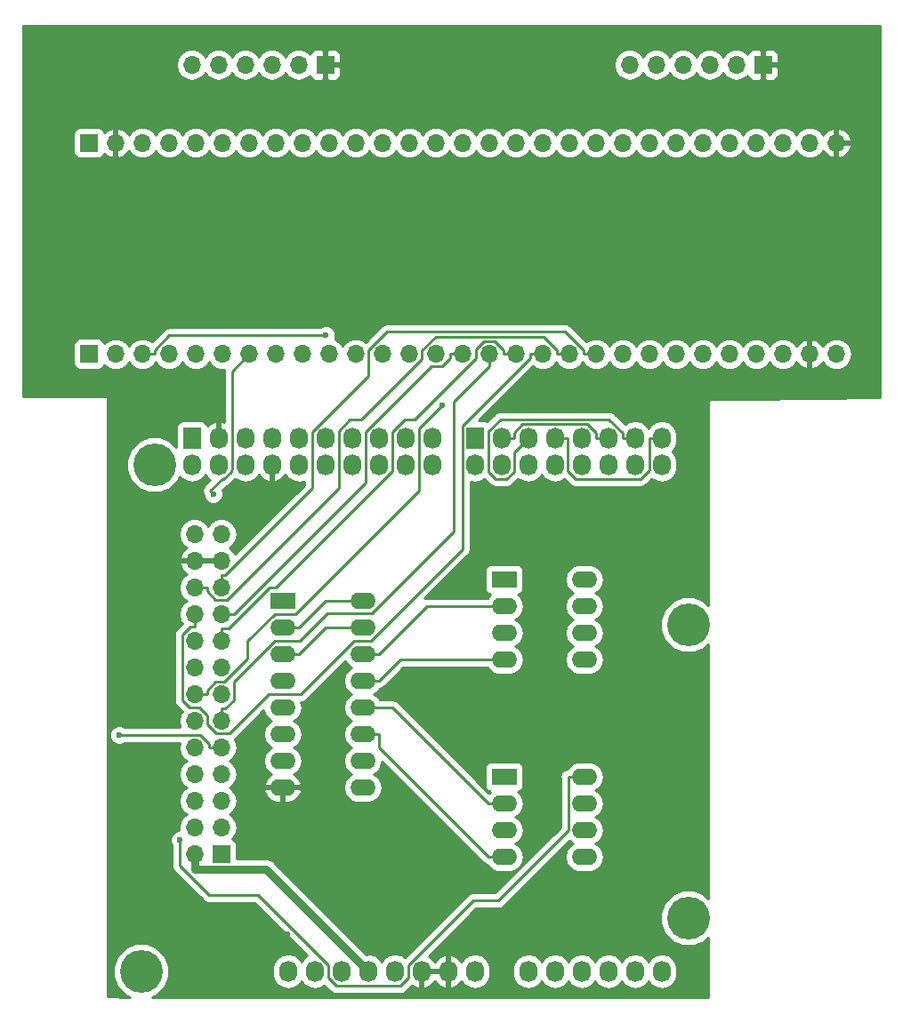
<source format=gbl>
G04 #@! TF.GenerationSoftware,KiCad,Pcbnew,5.0.2-bee76a0~70~ubuntu16.04.1*
G04 #@! TF.CreationDate,2019-01-06T13:47:42-08:00*
G04 #@! TF.ProjectId,fpif,66706966-2e6b-4696-9361-645f70636258,rev?*
G04 #@! TF.SameCoordinates,Original*
G04 #@! TF.FileFunction,Copper,L2,Bot*
G04 #@! TF.FilePolarity,Positive*
%FSLAX46Y46*%
G04 Gerber Fmt 4.6, Leading zero omitted, Abs format (unit mm)*
G04 Created by KiCad (PCBNEW 5.0.2-bee76a0~70~ubuntu16.04.1) date Sun 06 Jan 2019 01:47:42 PM PST*
%MOMM*%
%LPD*%
G01*
G04 APERTURE LIST*
G04 #@! TA.AperFunction,ComponentPad*
%ADD10O,1.727200X2.032000*%
G04 #@! TD*
G04 #@! TA.AperFunction,ComponentPad*
%ADD11C,4.064000*%
G04 #@! TD*
G04 #@! TA.AperFunction,ComponentPad*
%ADD12R,1.727200X2.032000*%
G04 #@! TD*
G04 #@! TA.AperFunction,ComponentPad*
%ADD13R,1.700000X1.700000*%
G04 #@! TD*
G04 #@! TA.AperFunction,ComponentPad*
%ADD14O,1.700000X1.700000*%
G04 #@! TD*
G04 #@! TA.AperFunction,ComponentPad*
%ADD15R,2.400000X1.600000*%
G04 #@! TD*
G04 #@! TA.AperFunction,ComponentPad*
%ADD16O,2.400000X1.600000*%
G04 #@! TD*
G04 #@! TA.AperFunction,ViaPad*
%ADD17C,0.600000*%
G04 #@! TD*
G04 #@! TA.AperFunction,Conductor*
%ADD18C,0.800000*%
G04 #@! TD*
G04 #@! TA.AperFunction,Conductor*
%ADD19C,0.250000*%
G04 #@! TD*
G04 #@! TA.AperFunction,Conductor*
%ADD20C,0.254000*%
G04 #@! TD*
G04 APERTURE END LIST*
D10*
G04 #@! TO.P,P1,1*
G04 #@! TO.N,N/C*
X138938000Y-123825000D03*
G04 #@! TO.P,P1,2*
X141478000Y-123825000D03*
G04 #@! TO.P,P1,3*
X144018000Y-123825000D03*
G04 #@! TO.P,P1,4*
G04 #@! TO.N,+3V3*
X146558000Y-123825000D03*
G04 #@! TO.P,P1,5*
G04 #@! TO.N,+5V*
X149098000Y-123825000D03*
G04 #@! TO.P,P1,6*
G04 #@! TO.N,GND*
X151638000Y-123825000D03*
G04 #@! TO.P,P1,7*
X154178000Y-123825000D03*
G04 #@! TO.P,P1,8*
G04 #@! TO.N,N/C*
X156718000Y-123825000D03*
G04 #@! TD*
G04 #@! TO.P,P2,1*
G04 #@! TO.N,N/C*
X161798000Y-123825000D03*
G04 #@! TO.P,P2,2*
X164338000Y-123825000D03*
G04 #@! TO.P,P2,3*
X166878000Y-123825000D03*
G04 #@! TO.P,P2,4*
X169418000Y-123825000D03*
G04 #@! TO.P,P2,5*
X171958000Y-123825000D03*
G04 #@! TO.P,P2,6*
X174498000Y-123825000D03*
G04 #@! TD*
G04 #@! TO.P,P3,1*
G04 #@! TO.N,N/C*
X129794000Y-75565000D03*
G04 #@! TO.P,P3,2*
X132334000Y-75565000D03*
G04 #@! TO.P,P3,3*
X134874000Y-75565000D03*
G04 #@! TO.P,P3,4*
G04 #@! TO.N,GND*
X137414000Y-75565000D03*
G04 #@! TO.P,P3,5*
G04 #@! TO.N,N/C*
X139954000Y-75565000D03*
G04 #@! TO.P,P3,6*
X142494000Y-75565000D03*
G04 #@! TO.P,P3,7*
X145034000Y-75565000D03*
G04 #@! TO.P,P3,8*
X147574000Y-75565000D03*
G04 #@! TO.P,P3,9*
X150114000Y-75565000D03*
G04 #@! TO.P,P3,10*
X152654000Y-75565000D03*
G04 #@! TD*
G04 #@! TO.P,P4,1*
G04 #@! TO.N,N/C*
X156718000Y-75565000D03*
G04 #@! TO.P,P4,2*
X159258000Y-75565000D03*
G04 #@! TO.P,P4,3*
X161798000Y-75565000D03*
G04 #@! TO.P,P4,4*
X164338000Y-75565000D03*
G04 #@! TO.P,P4,5*
X166878000Y-75565000D03*
G04 #@! TO.P,P4,6*
X169418000Y-75565000D03*
G04 #@! TO.P,P4,7*
X171958000Y-75565000D03*
G04 #@! TO.P,P4,8*
X174498000Y-75565000D03*
G04 #@! TD*
D11*
G04 #@! TO.P,P5,1*
G04 #@! TO.N,N/C*
X124968000Y-123825000D03*
G04 #@! TD*
G04 #@! TO.P,P6,1*
G04 #@! TO.N,N/C*
X177038000Y-118745000D03*
G04 #@! TD*
G04 #@! TO.P,P7,1*
G04 #@! TO.N,N/C*
X126238000Y-75565000D03*
G04 #@! TD*
G04 #@! TO.P,P8,1*
G04 #@! TO.N,N/C*
X177038000Y-90805000D03*
G04 #@! TD*
D12*
G04 #@! TO.P,P14,1*
G04 #@! TO.N,N/C*
X129794000Y-73025000D03*
D10*
G04 #@! TO.P,P14,2*
G04 #@! TO.N,GND*
X132334000Y-73025000D03*
G04 #@! TO.P,P14,3*
G04 #@! TO.N,N/C*
X134874000Y-73025000D03*
G04 #@! TO.P,P14,4*
X137414000Y-73025000D03*
G04 #@! TO.P,P14,5*
X139954000Y-73025000D03*
G04 #@! TO.P,P14,6*
X142494000Y-73025000D03*
G04 #@! TO.P,P14,7*
X145034000Y-73025000D03*
G04 #@! TO.P,P14,8*
X147574000Y-73025000D03*
G04 #@! TO.P,P14,9*
X150114000Y-73025000D03*
G04 #@! TO.P,P14,10*
X152654000Y-73025000D03*
G04 #@! TD*
D12*
G04 #@! TO.P,P15,1*
G04 #@! TO.N,N/C*
X156718000Y-73025000D03*
D10*
G04 #@! TO.P,P15,2*
G04 #@! TO.N,/uart2_txd*
X159258000Y-73025000D03*
G04 #@! TO.P,P15,3*
G04 #@! TO.N,/uart2_cts*
X161798000Y-73025000D03*
G04 #@! TO.P,P15,4*
G04 #@! TO.N,/uart2_rts*
X164338000Y-73025000D03*
G04 #@! TO.P,P15,5*
G04 #@! TO.N,N/C*
X166878000Y-73025000D03*
G04 #@! TO.P,P15,6*
G04 #@! TO.N,/uart2_txd*
X169418000Y-73025000D03*
G04 #@! TO.P,P15,7*
G04 #@! TO.N,/uart2_cts*
X171958000Y-73025000D03*
G04 #@! TO.P,P15,8*
G04 #@! TO.N,/uart2_rts*
X174498000Y-73025000D03*
G04 #@! TD*
D13*
G04 #@! TO.P,DEBUG1,1*
G04 #@! TO.N,GND*
X184150000Y-37465000D03*
D14*
G04 #@! TO.P,DEBUG1,2*
G04 #@! TO.N,N/C*
X181610000Y-37465000D03*
G04 #@! TO.P,DEBUG1,3*
X179070000Y-37465000D03*
G04 #@! TO.P,DEBUG1,4*
G04 #@! TO.N,/debug_rx*
X176530000Y-37465000D03*
G04 #@! TO.P,DEBUG1,5*
G04 #@! TO.N,/debug_tx*
X173990000Y-37465000D03*
G04 #@! TO.P,DEBUG1,6*
G04 #@! TO.N,N/C*
X171450000Y-37465000D03*
G04 #@! TD*
D13*
G04 #@! TO.P,P13,1*
G04 #@! TO.N,+5V*
X132588000Y-112649000D03*
D14*
G04 #@! TO.P,P13,2*
G04 #@! TO.N,+3V3*
X130048000Y-112649000D03*
G04 #@! TO.P,P13,3*
G04 #@! TO.N,N/C*
X132588000Y-110109000D03*
G04 #@! TO.P,P13,4*
X130048000Y-110109000D03*
G04 #@! TO.P,P13,5*
G04 #@! TO.N,/i2c_sda*
X132588000Y-107569000D03*
G04 #@! TO.P,P13,6*
G04 #@! TO.N,/i2c_scl*
X130048000Y-107569000D03*
G04 #@! TO.P,P13,7*
G04 #@! TO.N,/enca_clk*
X132588000Y-105029000D03*
G04 #@! TO.P,P13,8*
G04 #@! TO.N,N/C*
X130048000Y-105029000D03*
G04 #@! TO.P,P13,9*
G04 #@! TO.N,/enca_dat*
X132588000Y-102489000D03*
G04 #@! TO.P,P13,10*
G04 #@! TO.N,N/C*
X130048000Y-102489000D03*
G04 #@! TO.P,P13,11*
G04 #@! TO.N,/enca_sw*
X132588000Y-99949000D03*
G04 #@! TO.P,P13,12*
G04 #@! TO.N,N/C*
X130048000Y-99949000D03*
G04 #@! TO.P,P13,13*
G04 #@! TO.N,/encb_clk*
X132588000Y-97409000D03*
G04 #@! TO.P,P13,14*
G04 #@! TO.N,/tune_cha*
X130048000Y-97409000D03*
G04 #@! TO.P,P13,15*
G04 #@! TO.N,/encb_dat*
X132588000Y-94869000D03*
G04 #@! TO.P,P13,16*
G04 #@! TO.N,/tune_chb*
X130048000Y-94869000D03*
G04 #@! TO.P,P13,17*
G04 #@! TO.N,/encb_sw*
X132588000Y-92329000D03*
G04 #@! TO.P,P13,18*
G04 #@! TO.N,/encc_clk*
X130048000Y-92329000D03*
G04 #@! TO.P,P13,19*
G04 #@! TO.N,/encc_dat*
X132588000Y-89789000D03*
G04 #@! TO.P,P13,20*
G04 #@! TO.N,/encc_sw*
X130048000Y-89789000D03*
G04 #@! TO.P,P13,21*
G04 #@! TO.N,/button_b_int*
X132588000Y-87249000D03*
G04 #@! TO.P,P13,22*
G04 #@! TO.N,/button_a_int*
X130048000Y-87249000D03*
G04 #@! TO.P,P13,23*
G04 #@! TO.N,GND*
X132588000Y-84709000D03*
G04 #@! TO.P,P13,24*
X130048000Y-84709000D03*
G04 #@! TO.P,P13,25*
G04 #@! TO.N,N/C*
X132588000Y-82169000D03*
G04 #@! TO.P,P13,26*
X130048000Y-82169000D03*
G04 #@! TD*
G04 #@! TO.P,PIN0,29*
G04 #@! TO.N,+5V*
X191120000Y-65000000D03*
G04 #@! TO.P,PIN0,28*
G04 #@! TO.N,GND*
X188580000Y-65000000D03*
G04 #@! TO.P,PIN0,27*
G04 #@! TO.N,N/C*
X186040000Y-65000000D03*
G04 #@! TO.P,PIN0,26*
X183500000Y-65000000D03*
G04 #@! TO.P,PIN0,25*
X180960000Y-65000000D03*
G04 #@! TO.P,PIN0,24*
X178420000Y-65000000D03*
G04 #@! TO.P,PIN0,23*
X175880000Y-65000000D03*
G04 #@! TO.P,PIN0,22*
X173340000Y-65000000D03*
G04 #@! TO.P,PIN0,21*
X170800000Y-65000000D03*
G04 #@! TO.P,PIN0,20*
G04 #@! TO.N,/button_b_int*
X168260000Y-65000000D03*
G04 #@! TO.P,PIN0,19*
G04 #@! TO.N,/button_a_int*
X165720000Y-65000000D03*
G04 #@! TO.P,PIN0,18*
G04 #@! TO.N,/encc_sw*
X163180000Y-65000000D03*
G04 #@! TO.P,PIN0,17*
G04 #@! TO.N,/encb_sw*
X160640000Y-65000000D03*
G04 #@! TO.P,PIN0,16*
G04 #@! TO.N,/enca_sw*
X158100000Y-65000000D03*
G04 #@! TO.P,PIN0,15*
G04 #@! TO.N,/encc_dat*
X155560000Y-65000000D03*
G04 #@! TO.P,PIN0,14*
G04 #@! TO.N,/tune_cha*
X153020000Y-65000000D03*
G04 #@! TO.P,PIN0,13*
G04 #@! TO.N,/relay_on_n*
X150480000Y-65000000D03*
G04 #@! TO.P,PIN0,12*
G04 #@! TO.N,N/C*
X147940000Y-65000000D03*
G04 #@! TO.P,PIN0,11*
X145400000Y-65000000D03*
G04 #@! TO.P,PIN0,10*
X142860000Y-65000000D03*
G04 #@! TO.P,PIN0,9*
X140320000Y-65000000D03*
G04 #@! TO.P,PIN0,8*
G04 #@! TO.N,/i2c_sda*
X137780000Y-65000000D03*
G04 #@! TO.P,PIN0,7*
G04 #@! TO.N,/i2c_scl*
X135240000Y-65000000D03*
G04 #@! TO.P,PIN0,6*
G04 #@! TO.N,N/C*
X132700000Y-65000000D03*
G04 #@! TO.P,PIN0,5*
X130160000Y-65000000D03*
G04 #@! TO.P,PIN0,4*
X127620000Y-65000000D03*
G04 #@! TO.P,PIN0,3*
G04 #@! TO.N,/pre_rdo_tx*
X125080000Y-65000000D03*
G04 #@! TO.P,PIN0,2*
G04 #@! TO.N,/pre_rdo_rx*
X122540000Y-65000000D03*
D13*
G04 #@! TO.P,PIN0,1*
G04 #@! TO.N,N/C*
X120000000Y-65000000D03*
G04 #@! TD*
G04 #@! TO.P,POUT0,1*
G04 #@! TO.N,+5V*
X120000000Y-44900000D03*
D14*
G04 #@! TO.P,POUT0,2*
G04 #@! TO.N,GND*
X122540000Y-44900000D03*
G04 #@! TO.P,POUT0,3*
G04 #@! TO.N,/encc_clk*
X125080000Y-44900000D03*
G04 #@! TO.P,POUT0,4*
G04 #@! TO.N,/tune_chb*
X127620000Y-44900000D03*
G04 #@! TO.P,POUT0,5*
G04 #@! TO.N,N/C*
X130160000Y-44900000D03*
G04 #@! TO.P,POUT0,6*
X132700000Y-44900000D03*
G04 #@! TO.P,POUT0,7*
G04 #@! TO.N,/encb_dat*
X135240000Y-44900000D03*
G04 #@! TO.P,POUT0,8*
G04 #@! TO.N,/enca_dat*
X137780000Y-44900000D03*
G04 #@! TO.P,POUT0,9*
G04 #@! TO.N,/encb_clk*
X140320000Y-44900000D03*
G04 #@! TO.P,POUT0,10*
G04 #@! TO.N,/enca_clk*
X142860000Y-44900000D03*
G04 #@! TO.P,POUT0,11*
G04 #@! TO.N,N/C*
X145400000Y-44900000D03*
G04 #@! TO.P,POUT0,12*
X147940000Y-44900000D03*
G04 #@! TO.P,POUT0,13*
X150480000Y-44900000D03*
G04 #@! TO.P,POUT0,14*
X153020000Y-44900000D03*
G04 #@! TO.P,POUT0,15*
X155560000Y-44900000D03*
G04 #@! TO.P,POUT0,16*
X158100000Y-44900000D03*
G04 #@! TO.P,POUT0,17*
X160640000Y-44900000D03*
G04 #@! TO.P,POUT0,18*
X163180000Y-44900000D03*
G04 #@! TO.P,POUT0,19*
X165720000Y-44900000D03*
G04 #@! TO.P,POUT0,20*
X168260000Y-44900000D03*
G04 #@! TO.P,POUT0,21*
X170800000Y-44900000D03*
G04 #@! TO.P,POUT0,22*
X173340000Y-44900000D03*
G04 #@! TO.P,POUT0,23*
X175880000Y-44900000D03*
G04 #@! TO.P,POUT0,24*
X178420000Y-44900000D03*
G04 #@! TO.P,POUT0,25*
X180960000Y-44900000D03*
G04 #@! TO.P,POUT0,26*
G04 #@! TO.N,/pre_dbg_tx*
X183500000Y-44900000D03*
G04 #@! TO.P,POUT0,27*
G04 #@! TO.N,/pre_dbg_rx*
X186040000Y-44900000D03*
G04 #@! TO.P,POUT0,28*
G04 #@! TO.N,N/C*
X188580000Y-44900000D03*
G04 #@! TO.P,POUT0,29*
G04 #@! TO.N,GND*
X191120000Y-44900000D03*
G04 #@! TD*
G04 #@! TO.P,RADIO1,6*
G04 #@! TO.N,N/C*
X129794000Y-37465000D03*
G04 #@! TO.P,RADIO1,5*
G04 #@! TO.N,/radio_tx*
X132334000Y-37465000D03*
G04 #@! TO.P,RADIO1,4*
G04 #@! TO.N,/radio_rx*
X134874000Y-37465000D03*
G04 #@! TO.P,RADIO1,3*
G04 #@! TO.N,N/C*
X137414000Y-37465000D03*
G04 #@! TO.P,RADIO1,2*
X139954000Y-37465000D03*
D13*
G04 #@! TO.P,RADIO1,1*
G04 #@! TO.N,GND*
X142494000Y-37465000D03*
G04 #@! TD*
D15*
G04 #@! TO.P,U1,1*
G04 #@! TO.N,/relay_on_n*
X138430000Y-88519000D03*
D16*
G04 #@! TO.P,U1,9*
G04 #@! TO.N,+5V*
X146050000Y-106299000D03*
G04 #@! TO.P,U1,2*
G04 #@! TO.N,Net-(R2-Pad2)*
X138430000Y-91059000D03*
G04 #@! TO.P,U1,10*
G04 #@! TO.N,N/C*
X146050000Y-103759000D03*
G04 #@! TO.P,U1,3*
G04 #@! TO.N,Net-(R3-Pad2)*
X138430000Y-93599000D03*
G04 #@! TO.P,U1,11*
G04 #@! TO.N,Net-(U1-Pad11)*
X146050000Y-101219000D03*
G04 #@! TO.P,U1,4*
G04 #@! TO.N,Net-(R3-Pad2)*
X138430000Y-96139000D03*
G04 #@! TO.P,U1,12*
G04 #@! TO.N,Net-(U1-Pad12)*
X146050000Y-98679000D03*
G04 #@! TO.P,U1,5*
G04 #@! TO.N,Net-(R3-Pad2)*
X138430000Y-98679000D03*
G04 #@! TO.P,U1,13*
G04 #@! TO.N,Net-(U1-Pad13)*
X146050000Y-96139000D03*
G04 #@! TO.P,U1,6*
G04 #@! TO.N,Net-(R3-Pad2)*
X138430000Y-101219000D03*
G04 #@! TO.P,U1,14*
G04 #@! TO.N,Net-(U1-Pad14)*
X146050000Y-93599000D03*
G04 #@! TO.P,U1,7*
G04 #@! TO.N,N/C*
X138430000Y-103759000D03*
G04 #@! TO.P,U1,15*
G04 #@! TO.N,Net-(R3-Pad2)*
X146050000Y-91059000D03*
G04 #@! TO.P,U1,8*
G04 #@! TO.N,GND*
X138430000Y-106299000D03*
G04 #@! TO.P,U1,16*
G04 #@! TO.N,Net-(R2-Pad2)*
X146050000Y-88519000D03*
G04 #@! TD*
D15*
G04 #@! TO.P,U2,1*
G04 #@! TO.N,Net-(R4-Pad1)*
X159512000Y-86487000D03*
D16*
G04 #@! TO.P,U2,5*
G04 #@! TO.N,/debug_tx*
X167132000Y-94107000D03*
G04 #@! TO.P,U2,2*
G04 #@! TO.N,Net-(U1-Pad14)*
X159512000Y-89027000D03*
G04 #@! TO.P,U2,6*
G04 #@! TO.N,/pre_dbg_tx*
X167132000Y-91567000D03*
G04 #@! TO.P,U2,3*
G04 #@! TO.N,Net-(R5-Pad1)*
X159512000Y-91567000D03*
G04 #@! TO.P,U2,7*
G04 #@! TO.N,/debug_rx*
X167132000Y-89027000D03*
G04 #@! TO.P,U2,4*
G04 #@! TO.N,Net-(U1-Pad13)*
X159512000Y-94107000D03*
G04 #@! TO.P,U2,8*
G04 #@! TO.N,/pre_dbg_rx*
X167132000Y-86487000D03*
G04 #@! TD*
G04 #@! TO.P,U3,8*
G04 #@! TO.N,/pre_rdo_rx*
X167132000Y-105283000D03*
G04 #@! TO.P,U3,4*
G04 #@! TO.N,Net-(U1-Pad11)*
X159512000Y-112903000D03*
G04 #@! TO.P,U3,7*
G04 #@! TO.N,/radio_rx*
X167132000Y-107823000D03*
G04 #@! TO.P,U3,3*
G04 #@! TO.N,Net-(R7-Pad1)*
X159512000Y-110363000D03*
G04 #@! TO.P,U3,6*
G04 #@! TO.N,/pre_rdo_tx*
X167132000Y-110363000D03*
G04 #@! TO.P,U3,2*
G04 #@! TO.N,Net-(U1-Pad12)*
X159512000Y-107823000D03*
G04 #@! TO.P,U3,5*
G04 #@! TO.N,/radio_tx*
X167132000Y-112903000D03*
D15*
G04 #@! TO.P,U3,1*
G04 #@! TO.N,Net-(R6-Pad1)*
X159512000Y-105283000D03*
G04 #@! TD*
D17*
G04 #@! TO.N,GND*
X122428000Y-49149000D03*
X192024000Y-50927000D03*
X192278000Y-55753000D03*
X152400000Y-96647000D03*
X163830000Y-100965000D03*
X146812000Y-112649000D03*
X145034000Y-117729000D03*
X156464000Y-120777000D03*
X162560000Y-80391000D03*
X138924809Y-120282189D03*
G04 #@! TO.N,/i2c_scl*
X131826000Y-78359000D03*
G04 #@! TO.N,/enca_dat*
X122863000Y-101314000D03*
G04 #@! TO.N,/tune_cha*
X153639000Y-69863900D03*
G04 #@! TO.N,/pre_rdo_tx*
X142562000Y-63243200D03*
G04 #@! TO.N,/pre_rdo_rx*
X128657000Y-111312000D03*
G04 #@! TD*
D18*
G04 #@! TO.N,+3V3*
X130048000Y-112649000D02*
X130048000Y-114099300D01*
X130048000Y-114099300D02*
X136832300Y-114099300D01*
X136832300Y-114099300D02*
X146558000Y-123825000D01*
D19*
G04 #@! TO.N,/encb_sw*
X160640000Y-65000000D02*
X159465000Y-65000000D01*
X159465000Y-65000000D02*
X159465000Y-64632700D01*
X159465000Y-64632700D02*
X158649000Y-63817400D01*
X158649000Y-63817400D02*
X157600000Y-63817400D01*
X157600000Y-63817400D02*
X156830000Y-64587200D01*
X156830000Y-64587200D02*
X156830000Y-65402500D01*
X156830000Y-65402500D02*
X150993000Y-71239200D01*
X150993000Y-71239200D02*
X150053000Y-71239200D01*
X150053000Y-71239200D02*
X148844000Y-72448100D01*
X148844000Y-72448100D02*
X148844000Y-76186000D01*
X148844000Y-76186000D02*
X137745000Y-87284600D01*
X137745000Y-87284600D02*
X137194000Y-87284600D01*
X137194000Y-87284600D02*
X133324000Y-91153700D01*
X133324000Y-91153700D02*
X132588000Y-91153700D01*
X132588000Y-91153700D02*
X132588000Y-92329000D01*
G04 #@! TO.N,/i2c_scl*
X131526001Y-78059001D02*
X131826000Y-78359000D01*
X132678992Y-76906010D02*
X131526001Y-78059001D01*
X132826338Y-76906010D02*
X132678992Y-76906010D01*
X133522610Y-76209738D02*
X132826338Y-76906010D01*
X135240000Y-65000000D02*
X133604000Y-66636000D01*
X133604000Y-66636000D02*
X133604000Y-75981002D01*
X133604000Y-75981002D02*
X133522610Y-76062392D01*
X133522610Y-76062392D02*
X133522610Y-76209738D01*
G04 #@! TO.N,/button_b_int*
X168260000Y-65000000D02*
X167085000Y-65000000D01*
X167085000Y-65000000D02*
X167085000Y-64632700D01*
X167085000Y-64632700D02*
X165336000Y-62883900D01*
X165336000Y-62883900D02*
X148381000Y-62883900D01*
X148381000Y-62883900D02*
X146587000Y-64677400D01*
X146587000Y-64677400D02*
X146587000Y-67061900D01*
X146587000Y-67061900D02*
X141224000Y-72425000D01*
X141224000Y-72425000D02*
X141224000Y-77805000D01*
X141224000Y-77805000D02*
X132955000Y-86073700D01*
X132955000Y-86073700D02*
X132588000Y-86073700D01*
X132588000Y-86073700D02*
X132588000Y-87249000D01*
G04 #@! TO.N,/button_a_int*
X165720000Y-65000000D02*
X164545000Y-65000000D01*
X164545000Y-65000000D02*
X164545000Y-64632700D01*
X164545000Y-64632700D02*
X163246000Y-63334300D01*
X163246000Y-63334300D02*
X153022000Y-63334300D01*
X153022000Y-63334300D02*
X151684000Y-64672600D01*
X151684000Y-64672600D02*
X151684000Y-65517900D01*
X151684000Y-65517900D02*
X145936000Y-71266200D01*
X145936000Y-71266200D02*
X144850000Y-71266200D01*
X144850000Y-71266200D02*
X143764000Y-72352100D01*
X143764000Y-72352100D02*
X143764000Y-77746600D01*
X143764000Y-77746600D02*
X133086000Y-88424300D01*
X133086000Y-88424300D02*
X132031000Y-88424300D01*
X132031000Y-88424300D02*
X131223000Y-87616400D01*
X131223000Y-87616400D02*
X131223000Y-87249000D01*
X131223000Y-87249000D02*
X130048000Y-87249000D01*
G04 #@! TO.N,/encc_sw*
X163180000Y-65000000D02*
X162005000Y-65000000D01*
X162005000Y-65000000D02*
X162005000Y-65392500D01*
X162005000Y-65392500D02*
X155529000Y-71868200D01*
X155529000Y-71868200D02*
X155529000Y-83635700D01*
X155529000Y-83635700D02*
X146836000Y-92329000D01*
X146836000Y-92329000D02*
X145263000Y-92329000D01*
X145263000Y-92329000D02*
X140183000Y-97409000D01*
X140183000Y-97409000D02*
X137080000Y-97409000D01*
X137080000Y-97409000D02*
X133355000Y-101134000D01*
X133355000Y-101134000D02*
X132089000Y-101134000D01*
X132089000Y-101134000D02*
X131223000Y-100269000D01*
X131223000Y-100269000D02*
X131223000Y-99423400D01*
X131223000Y-99423400D02*
X130479000Y-98679000D01*
X130479000Y-98679000D02*
X129575000Y-98679000D01*
X129575000Y-98679000D02*
X128873000Y-97976400D01*
X128873000Y-97976400D02*
X128873000Y-91772200D01*
X128873000Y-91772200D02*
X129681000Y-90964300D01*
X129681000Y-90964300D02*
X130048000Y-90964300D01*
X130048000Y-90964300D02*
X130048000Y-89789000D01*
G04 #@! TO.N,/encc_dat*
X155560000Y-65000000D02*
X154385000Y-65000000D01*
X154385000Y-65000000D02*
X154385000Y-65367400D01*
X154385000Y-65367400D02*
X153577000Y-66175300D01*
X153577000Y-66175300D02*
X152588000Y-66175300D01*
X152588000Y-66175300D02*
X146304000Y-72459100D01*
X146304000Y-72459100D02*
X146304000Y-77248300D01*
X146304000Y-77248300D02*
X133763000Y-89789000D01*
X133763000Y-89789000D02*
X132588000Y-89789000D01*
G04 #@! TO.N,/enca_dat*
X132588000Y-102489000D02*
X131413000Y-102489000D01*
X131413000Y-102489000D02*
X131413000Y-102122000D01*
X131413000Y-102122000D02*
X130605000Y-101314000D01*
X130605000Y-101314000D02*
X122863000Y-101314000D01*
G04 #@! TO.N,/enca_sw*
X158100000Y-65000000D02*
X158100000Y-66175300D01*
X158100000Y-66175300D02*
X154704000Y-69571300D01*
X154704000Y-69571300D02*
X154704000Y-81915500D01*
X154704000Y-81915500D02*
X146910000Y-89709200D01*
X146910000Y-89709200D02*
X142715000Y-89709200D01*
X142715000Y-89709200D02*
X140095000Y-92329000D01*
X140095000Y-92329000D02*
X137696000Y-92329000D01*
X137696000Y-92329000D02*
X133763000Y-96261200D01*
X133763000Y-96261200D02*
X133763000Y-97965800D01*
X133763000Y-97965800D02*
X132955000Y-98773700D01*
X132955000Y-98773700D02*
X132588000Y-98773700D01*
X132588000Y-98773700D02*
X132588000Y-99949000D01*
G04 #@! TO.N,/tune_cha*
X153639000Y-69863900D02*
X151384000Y-72119100D01*
X151384000Y-72119100D02*
X151384000Y-78035200D01*
X151384000Y-78035200D02*
X139645000Y-89774600D01*
X139645000Y-89774600D02*
X137672000Y-89774600D01*
X137672000Y-89774600D02*
X135109000Y-92337200D01*
X135109000Y-92337200D02*
X135109000Y-94019700D01*
X135109000Y-94019700D02*
X132895000Y-96233700D01*
X132895000Y-96233700D02*
X132031000Y-96233700D01*
X132031000Y-96233700D02*
X131223000Y-97041600D01*
X131223000Y-97041600D02*
X131223000Y-97409000D01*
X131223000Y-97409000D02*
X130048000Y-97409000D01*
G04 #@! TO.N,/uart2_txd*
X169418000Y-73025000D02*
X168229000Y-73025000D01*
X168229000Y-73025000D02*
X168229000Y-72504900D01*
X168229000Y-72504900D02*
X167407000Y-71682900D01*
X167407000Y-71682900D02*
X161269000Y-71682900D01*
X161269000Y-71682900D02*
X160447000Y-72504900D01*
X160447000Y-72504900D02*
X160447000Y-73025000D01*
X160447000Y-73025000D02*
X159258000Y-73025000D01*
G04 #@! TO.N,/uart2_cts*
X171958000Y-73025000D02*
X170769000Y-73025000D01*
X170769000Y-73025000D02*
X170769000Y-72504900D01*
X170769000Y-72504900D02*
X169479000Y-71214600D01*
X169479000Y-71214600D02*
X159196000Y-71214600D01*
X159196000Y-71214600D02*
X158043000Y-72368000D01*
X158043000Y-72368000D02*
X158043000Y-76259800D01*
X158043000Y-76259800D02*
X158697000Y-76913400D01*
X158697000Y-76913400D02*
X159751000Y-76913400D01*
X159751000Y-76913400D02*
X160447000Y-76217400D01*
X160447000Y-76217400D02*
X160447000Y-74376000D01*
X160447000Y-74376000D02*
X161798000Y-73025000D01*
G04 #@! TO.N,/uart2_rts*
X174498000Y-73025000D02*
X173309000Y-73025000D01*
X173309000Y-73025000D02*
X173309000Y-76058700D01*
X173309000Y-76058700D02*
X172461000Y-76906600D01*
X172461000Y-76906600D02*
X166311000Y-76906600D01*
X166311000Y-76906600D02*
X165527000Y-76122600D01*
X165527000Y-76122600D02*
X165527000Y-73025000D01*
X165527000Y-73025000D02*
X164338000Y-73025000D01*
G04 #@! TO.N,/pre_rdo_tx*
X125080000Y-65000000D02*
X126255000Y-65000000D01*
X126255000Y-65000000D02*
X126255000Y-64632700D01*
X126255000Y-64632700D02*
X127645000Y-63243200D01*
X127645000Y-63243200D02*
X142562000Y-63243200D01*
G04 #@! TO.N,/pre_rdo_rx*
X167132000Y-105283000D02*
X165607000Y-105283000D01*
X165607000Y-105283000D02*
X165607000Y-110405000D01*
X165607000Y-110405000D02*
X158943000Y-117068000D01*
X158943000Y-117068000D02*
X156556000Y-117068000D01*
X156556000Y-117068000D02*
X150368000Y-123256000D01*
X150368000Y-123256000D02*
X150368000Y-124450000D01*
X150368000Y-124450000D02*
X149610000Y-125208000D01*
X149610000Y-125208000D02*
X143505000Y-125208000D01*
X143505000Y-125208000D02*
X142748000Y-124451000D01*
X142748000Y-124451000D02*
X142748000Y-123222000D01*
X142748000Y-123222000D02*
X136051000Y-116524000D01*
X136051000Y-116524000D02*
X131426000Y-116524000D01*
X131426000Y-116524000D02*
X128657000Y-113755000D01*
X128657000Y-113755000D02*
X128657000Y-111312000D01*
G04 #@! TO.N,Net-(R2-Pad2)*
X138430000Y-91059000D02*
X139955000Y-91059000D01*
X139955000Y-91059000D02*
X142495000Y-88519000D01*
X142495000Y-88519000D02*
X146050000Y-88519000D01*
G04 #@! TO.N,Net-(R3-Pad2)*
X146050000Y-91059000D02*
X142495000Y-91059000D01*
X142495000Y-91059000D02*
X139955000Y-93599000D01*
X139955000Y-93599000D02*
X138430000Y-93599000D01*
G04 #@! TO.N,Net-(U1-Pad11)*
X159512000Y-112903000D02*
X157987000Y-112903000D01*
X157987000Y-112903000D02*
X147575000Y-102492000D01*
X147575000Y-102492000D02*
X147575000Y-101219000D01*
X147575000Y-101219000D02*
X146050000Y-101219000D01*
G04 #@! TO.N,Net-(U1-Pad12)*
X159512000Y-107823000D02*
X157987000Y-107823000D01*
X157987000Y-107823000D02*
X148843000Y-98679000D01*
X148843000Y-98679000D02*
X146050000Y-98679000D01*
G04 #@! TO.N,Net-(U1-Pad13)*
X159512000Y-94107000D02*
X149607000Y-94107000D01*
X149607000Y-94107000D02*
X147575000Y-96139000D01*
X147575000Y-96139000D02*
X146050000Y-96139000D01*
G04 #@! TO.N,Net-(U1-Pad14)*
X159512000Y-89027000D02*
X152147000Y-89027000D01*
X152147000Y-89027000D02*
X147575000Y-93599000D01*
X147575000Y-93599000D02*
X146050000Y-93599000D01*
G04 #@! TD*
D20*
G04 #@! TO.N,GND*
G36*
X195290000Y-69092447D02*
X182449024Y-69290000D01*
X180069925Y-69290000D01*
X180000000Y-69276091D01*
X179930074Y-69290000D01*
X179722972Y-69331195D01*
X179721832Y-69331957D01*
X179068046Y-69342015D01*
X179019600Y-69352429D01*
X178978827Y-69380589D01*
X178951934Y-69422210D01*
X178943000Y-69469000D01*
X178943000Y-88938292D01*
X178548734Y-88544026D01*
X177568499Y-88138000D01*
X176507501Y-88138000D01*
X175527266Y-88544026D01*
X174777026Y-89294266D01*
X174371000Y-90274501D01*
X174371000Y-91335499D01*
X174777026Y-92315734D01*
X175527266Y-93065974D01*
X176507501Y-93472000D01*
X177568499Y-93472000D01*
X178548734Y-93065974D01*
X178943000Y-92671708D01*
X178943000Y-116878292D01*
X178548734Y-116484026D01*
X177568499Y-116078000D01*
X176507501Y-116078000D01*
X175527266Y-116484026D01*
X174777026Y-117234266D01*
X174371000Y-118214501D01*
X174371000Y-119275499D01*
X174777026Y-120255734D01*
X175527266Y-121005974D01*
X176507501Y-121412000D01*
X177568499Y-121412000D01*
X178548734Y-121005974D01*
X178943000Y-120611708D01*
X178943000Y-126290000D01*
X127542555Y-126290000D01*
X126018727Y-126276515D01*
X126478734Y-126085974D01*
X127228974Y-125335734D01*
X127635000Y-124355499D01*
X127635000Y-123294501D01*
X127228974Y-122314266D01*
X126478734Y-121564026D01*
X125498499Y-121158000D01*
X124437501Y-121158000D01*
X123457266Y-121564026D01*
X122707026Y-122314266D01*
X122301000Y-123294501D01*
X122301000Y-124355499D01*
X122707026Y-125335734D01*
X123457266Y-126085974D01*
X123871396Y-126257512D01*
X121793000Y-126239119D01*
X121793000Y-69215000D01*
X121783333Y-69166399D01*
X121755803Y-69125197D01*
X121714601Y-69097667D01*
X121666000Y-69088000D01*
X113710000Y-69088000D01*
X113710000Y-64150000D01*
X118502560Y-64150000D01*
X118502560Y-65850000D01*
X118551843Y-66097765D01*
X118692191Y-66307809D01*
X118902235Y-66448157D01*
X119150000Y-66497440D01*
X120850000Y-66497440D01*
X121097765Y-66448157D01*
X121307809Y-66307809D01*
X121448157Y-66097765D01*
X121457184Y-66052381D01*
X121469375Y-66070625D01*
X121960582Y-66398839D01*
X122393744Y-66485000D01*
X122686256Y-66485000D01*
X123119418Y-66398839D01*
X123610625Y-66070625D01*
X123810000Y-65772239D01*
X124009375Y-66070625D01*
X124500582Y-66398839D01*
X124933744Y-66485000D01*
X125226256Y-66485000D01*
X125659418Y-66398839D01*
X126150625Y-66070625D01*
X126350000Y-65772239D01*
X126549375Y-66070625D01*
X127040582Y-66398839D01*
X127473744Y-66485000D01*
X127766256Y-66485000D01*
X128199418Y-66398839D01*
X128690625Y-66070625D01*
X128890000Y-65772239D01*
X129089375Y-66070625D01*
X129580582Y-66398839D01*
X130013744Y-66485000D01*
X130306256Y-66485000D01*
X130739418Y-66398839D01*
X131230625Y-66070625D01*
X131430000Y-65772239D01*
X131629375Y-66070625D01*
X132120582Y-66398839D01*
X132553744Y-66485000D01*
X132846256Y-66485000D01*
X132859678Y-66482330D01*
X132844000Y-66561149D01*
X132844000Y-66561153D01*
X132829112Y-66636000D01*
X132844000Y-66710847D01*
X132844001Y-71485422D01*
X132708791Y-71420291D01*
X132693026Y-71417642D01*
X132461000Y-71538783D01*
X132461000Y-72898000D01*
X132481000Y-72898000D01*
X132481000Y-73152000D01*
X132461000Y-73152000D01*
X132461000Y-73172000D01*
X132207000Y-73172000D01*
X132207000Y-73152000D01*
X132187000Y-73152000D01*
X132187000Y-72898000D01*
X132207000Y-72898000D01*
X132207000Y-71538783D01*
X131974974Y-71417642D01*
X131959209Y-71420291D01*
X131431964Y-71674268D01*
X131273694Y-71851410D01*
X131255757Y-71761235D01*
X131115409Y-71551191D01*
X130905365Y-71410843D01*
X130657600Y-71361560D01*
X128930400Y-71361560D01*
X128682635Y-71410843D01*
X128472591Y-71551191D01*
X128332243Y-71761235D01*
X128282960Y-72009000D01*
X128282960Y-73838252D01*
X127748734Y-73304026D01*
X126768499Y-72898000D01*
X125707501Y-72898000D01*
X124727266Y-73304026D01*
X123977026Y-74054266D01*
X123571000Y-75034501D01*
X123571000Y-76095499D01*
X123977026Y-77075734D01*
X124727266Y-77825974D01*
X125707501Y-78232000D01*
X126768499Y-78232000D01*
X127748734Y-77825974D01*
X128498974Y-77075734D01*
X128652156Y-76705918D01*
X128713570Y-76797830D01*
X129209276Y-77129050D01*
X129794000Y-77245359D01*
X130378725Y-77129050D01*
X130874430Y-76797830D01*
X131064000Y-76514119D01*
X131253570Y-76797830D01*
X131528601Y-76981600D01*
X131041530Y-77468671D01*
X130978072Y-77511072D01*
X130864204Y-77681488D01*
X130810098Y-77762464D01*
X130751113Y-78059001D01*
X130810098Y-78355538D01*
X130891000Y-78476617D01*
X130891000Y-78544983D01*
X131033345Y-78888635D01*
X131296365Y-79151655D01*
X131640017Y-79294000D01*
X132011983Y-79294000D01*
X132355635Y-79151655D01*
X132618655Y-78888635D01*
X132761000Y-78544983D01*
X132761000Y-78173017D01*
X132680685Y-77979119D01*
X133016788Y-77643016D01*
X133122875Y-77621914D01*
X133374267Y-77453939D01*
X133416668Y-77390481D01*
X133922903Y-76884248D01*
X134289276Y-77129050D01*
X134874000Y-77245359D01*
X135458725Y-77129050D01*
X135954430Y-76797830D01*
X136147909Y-76508267D01*
X136511964Y-76915732D01*
X137039209Y-77169709D01*
X137054974Y-77172358D01*
X137287000Y-77051217D01*
X137287000Y-75692000D01*
X137267000Y-75692000D01*
X137267000Y-75438000D01*
X137287000Y-75438000D01*
X137287000Y-75418000D01*
X137541000Y-75418000D01*
X137541000Y-75438000D01*
X137561000Y-75438000D01*
X137561000Y-75692000D01*
X137541000Y-75692000D01*
X137541000Y-77051217D01*
X137773026Y-77172358D01*
X137788791Y-77169709D01*
X138316036Y-76915732D01*
X138680090Y-76508268D01*
X138873570Y-76797830D01*
X139369276Y-77129050D01*
X139954000Y-77245359D01*
X140464001Y-77143914D01*
X140464001Y-77490189D01*
X133904231Y-84049722D01*
X133859645Y-83942076D01*
X133469358Y-83513817D01*
X133339522Y-83452843D01*
X133658625Y-83239625D01*
X133986839Y-82748418D01*
X134102092Y-82169000D01*
X133986839Y-81589582D01*
X133658625Y-81098375D01*
X133167418Y-80770161D01*
X132734256Y-80684000D01*
X132441744Y-80684000D01*
X132008582Y-80770161D01*
X131517375Y-81098375D01*
X131318000Y-81396761D01*
X131118625Y-81098375D01*
X130627418Y-80770161D01*
X130194256Y-80684000D01*
X129901744Y-80684000D01*
X129468582Y-80770161D01*
X128977375Y-81098375D01*
X128649161Y-81589582D01*
X128533908Y-82169000D01*
X128649161Y-82748418D01*
X128977375Y-83239625D01*
X129296478Y-83452843D01*
X129166642Y-83513817D01*
X128776355Y-83942076D01*
X128606524Y-84352110D01*
X128727845Y-84582000D01*
X129921000Y-84582000D01*
X129921000Y-84562000D01*
X130175000Y-84562000D01*
X130175000Y-84582000D01*
X132461000Y-84582000D01*
X132461000Y-84562000D01*
X132715000Y-84562000D01*
X132715000Y-84582000D01*
X132735000Y-84582000D01*
X132735000Y-84836000D01*
X132715000Y-84836000D01*
X132715000Y-84856000D01*
X132461000Y-84856000D01*
X132461000Y-84836000D01*
X130175000Y-84836000D01*
X130175000Y-84856000D01*
X129921000Y-84856000D01*
X129921000Y-84836000D01*
X128727845Y-84836000D01*
X128606524Y-85065890D01*
X128776355Y-85475924D01*
X129166642Y-85904183D01*
X129296478Y-85965157D01*
X128977375Y-86178375D01*
X128649161Y-86669582D01*
X128533908Y-87249000D01*
X128649161Y-87828418D01*
X128977375Y-88319625D01*
X129275761Y-88519000D01*
X128977375Y-88718375D01*
X128649161Y-89209582D01*
X128533908Y-89789000D01*
X128649161Y-90368418D01*
X128870616Y-90699848D01*
X128388546Y-91181859D01*
X128325072Y-91224271D01*
X128244686Y-91344577D01*
X128157115Y-91475619D01*
X128157110Y-91475643D01*
X128157097Y-91475663D01*
X128129766Y-91613067D01*
X128098112Y-91772153D01*
X128113001Y-91847029D01*
X128113000Y-97901388D01*
X128098112Y-97976069D01*
X128113000Y-98051084D01*
X128113000Y-98051251D01*
X128127651Y-98124904D01*
X128156970Y-98272631D01*
X128157063Y-98272770D01*
X128157096Y-98272936D01*
X128241196Y-98398801D01*
X128282464Y-98460620D01*
X128282579Y-98460735D01*
X128325071Y-98524329D01*
X128388392Y-98566639D01*
X128866162Y-99044818D01*
X128649161Y-99369582D01*
X128533908Y-99949000D01*
X128649161Y-100528418D01*
X128666254Y-100554000D01*
X123425290Y-100554000D01*
X123392635Y-100521345D01*
X123048983Y-100379000D01*
X122677017Y-100379000D01*
X122333365Y-100521345D01*
X122070345Y-100784365D01*
X121928000Y-101128017D01*
X121928000Y-101499983D01*
X122070345Y-101843635D01*
X122333365Y-102106655D01*
X122677017Y-102249000D01*
X123048983Y-102249000D01*
X123392635Y-102106655D01*
X123425290Y-102074000D01*
X128616456Y-102074000D01*
X128533908Y-102489000D01*
X128649161Y-103068418D01*
X128977375Y-103559625D01*
X129275761Y-103759000D01*
X128977375Y-103958375D01*
X128649161Y-104449582D01*
X128533908Y-105029000D01*
X128649161Y-105608418D01*
X128977375Y-106099625D01*
X129275761Y-106299000D01*
X128977375Y-106498375D01*
X128649161Y-106989582D01*
X128533908Y-107569000D01*
X128649161Y-108148418D01*
X128977375Y-108639625D01*
X129275761Y-108839000D01*
X128977375Y-109038375D01*
X128649161Y-109529582D01*
X128533908Y-110109000D01*
X128587216Y-110377000D01*
X128471017Y-110377000D01*
X128127365Y-110519345D01*
X127864345Y-110782365D01*
X127722000Y-111126017D01*
X127722000Y-111497983D01*
X127864345Y-111841635D01*
X127897001Y-111874291D01*
X127897000Y-113680153D01*
X127882112Y-113755000D01*
X127897000Y-113829847D01*
X127897000Y-113829851D01*
X127941096Y-114051536D01*
X128109071Y-114302929D01*
X128172530Y-114345331D01*
X130835673Y-117008476D01*
X130878071Y-117071929D01*
X130941524Y-117114327D01*
X130941526Y-117114329D01*
X131066902Y-117198102D01*
X131129463Y-117239904D01*
X131351148Y-117284000D01*
X131351152Y-117284000D01*
X131425999Y-117298888D01*
X131500846Y-117284000D01*
X135736166Y-117284000D01*
X140784825Y-122333414D01*
X140397570Y-122592170D01*
X140208000Y-122875881D01*
X140018430Y-122592170D01*
X139522724Y-122260950D01*
X138938000Y-122144641D01*
X138353275Y-122260950D01*
X137857570Y-122592170D01*
X137526350Y-123087876D01*
X137439400Y-123525003D01*
X137439400Y-124124998D01*
X137526350Y-124562125D01*
X137857570Y-125057830D01*
X138353276Y-125389050D01*
X138938000Y-125505359D01*
X139522725Y-125389050D01*
X140018430Y-125057830D01*
X140208000Y-124774119D01*
X140397570Y-125057830D01*
X140893276Y-125389050D01*
X141478000Y-125505359D01*
X142062725Y-125389050D01*
X142391541Y-125169342D01*
X142914671Y-125692473D01*
X142957071Y-125755929D01*
X143020527Y-125798329D01*
X143208462Y-125923904D01*
X143256605Y-125933480D01*
X143430148Y-125968000D01*
X143430152Y-125968000D01*
X143505000Y-125982888D01*
X143579848Y-125968000D01*
X149535153Y-125968000D01*
X149610000Y-125982888D01*
X149684847Y-125968000D01*
X149684852Y-125968000D01*
X149906537Y-125923904D01*
X150157929Y-125755929D01*
X150200331Y-125692470D01*
X150727048Y-125165753D01*
X150735964Y-125175732D01*
X151263209Y-125429709D01*
X151278974Y-125432358D01*
X151511000Y-125311217D01*
X151511000Y-123952000D01*
X151765000Y-123952000D01*
X151765000Y-125311217D01*
X151997026Y-125432358D01*
X152012791Y-125429709D01*
X152540036Y-125175732D01*
X152908000Y-124763892D01*
X153275964Y-125175732D01*
X153803209Y-125429709D01*
X153818974Y-125432358D01*
X154051000Y-125311217D01*
X154051000Y-123952000D01*
X151765000Y-123952000D01*
X151511000Y-123952000D01*
X151491000Y-123952000D01*
X151491000Y-123698000D01*
X151511000Y-123698000D01*
X151511000Y-123678000D01*
X151765000Y-123678000D01*
X151765000Y-123698000D01*
X154051000Y-123698000D01*
X154051000Y-122338783D01*
X154305000Y-122338783D01*
X154305000Y-123698000D01*
X154325000Y-123698000D01*
X154325000Y-123952000D01*
X154305000Y-123952000D01*
X154305000Y-125311217D01*
X154537026Y-125432358D01*
X154552791Y-125429709D01*
X155080036Y-125175732D01*
X155444090Y-124768268D01*
X155637570Y-125057830D01*
X156133276Y-125389050D01*
X156718000Y-125505359D01*
X157302725Y-125389050D01*
X157798430Y-125057830D01*
X158129650Y-124562124D01*
X158216600Y-124124997D01*
X158216600Y-123525003D01*
X160299400Y-123525003D01*
X160299400Y-124124998D01*
X160386350Y-124562125D01*
X160717570Y-125057830D01*
X161213276Y-125389050D01*
X161798000Y-125505359D01*
X162382725Y-125389050D01*
X162878430Y-125057830D01*
X163068000Y-124774119D01*
X163257570Y-125057830D01*
X163753276Y-125389050D01*
X164338000Y-125505359D01*
X164922725Y-125389050D01*
X165418430Y-125057830D01*
X165608000Y-124774119D01*
X165797570Y-125057830D01*
X166293276Y-125389050D01*
X166878000Y-125505359D01*
X167462725Y-125389050D01*
X167958430Y-125057830D01*
X168148000Y-124774119D01*
X168337570Y-125057830D01*
X168833276Y-125389050D01*
X169418000Y-125505359D01*
X170002725Y-125389050D01*
X170498430Y-125057830D01*
X170688000Y-124774119D01*
X170877570Y-125057830D01*
X171373276Y-125389050D01*
X171958000Y-125505359D01*
X172542725Y-125389050D01*
X173038430Y-125057830D01*
X173228000Y-124774119D01*
X173417570Y-125057830D01*
X173913276Y-125389050D01*
X174498000Y-125505359D01*
X175082725Y-125389050D01*
X175578430Y-125057830D01*
X175909650Y-124562124D01*
X175996600Y-124124997D01*
X175996600Y-123525002D01*
X175909650Y-123087875D01*
X175578430Y-122592170D01*
X175082724Y-122260950D01*
X174498000Y-122144641D01*
X173913275Y-122260950D01*
X173417570Y-122592170D01*
X173228000Y-122875881D01*
X173038430Y-122592170D01*
X172542724Y-122260950D01*
X171958000Y-122144641D01*
X171373275Y-122260950D01*
X170877570Y-122592170D01*
X170688000Y-122875881D01*
X170498430Y-122592170D01*
X170002724Y-122260950D01*
X169418000Y-122144641D01*
X168833275Y-122260950D01*
X168337570Y-122592170D01*
X168148000Y-122875881D01*
X167958430Y-122592170D01*
X167462724Y-122260950D01*
X166878000Y-122144641D01*
X166293275Y-122260950D01*
X165797570Y-122592170D01*
X165608000Y-122875881D01*
X165418430Y-122592170D01*
X164922724Y-122260950D01*
X164338000Y-122144641D01*
X163753275Y-122260950D01*
X163257570Y-122592170D01*
X163068000Y-122875881D01*
X162878430Y-122592170D01*
X162382724Y-122260950D01*
X161798000Y-122144641D01*
X161213275Y-122260950D01*
X160717570Y-122592170D01*
X160386350Y-123087876D01*
X160299400Y-123525003D01*
X158216600Y-123525003D01*
X158216600Y-123525002D01*
X158129650Y-123087875D01*
X157798430Y-122592170D01*
X157302724Y-122260950D01*
X156718000Y-122144641D01*
X156133275Y-122260950D01*
X155637570Y-122592170D01*
X155444091Y-122881733D01*
X155080036Y-122474268D01*
X154552791Y-122220291D01*
X154537026Y-122217642D01*
X154305000Y-122338783D01*
X154051000Y-122338783D01*
X153818974Y-122217642D01*
X153803209Y-122220291D01*
X153275964Y-122474268D01*
X152908000Y-122886108D01*
X152540036Y-122474268D01*
X152327104Y-122371697D01*
X156870802Y-117828000D01*
X158868124Y-117828000D01*
X158942942Y-117842888D01*
X159017819Y-117828000D01*
X159017852Y-117828000D01*
X159099332Y-117811793D01*
X159239483Y-117783926D01*
X159239507Y-117783910D01*
X159239537Y-117783904D01*
X159371743Y-117695566D01*
X159427428Y-117658365D01*
X159427446Y-117658347D01*
X159490929Y-117615929D01*
X159533315Y-117552494D01*
X165694113Y-111392623D01*
X165697423Y-111397577D01*
X166049758Y-111633000D01*
X165697423Y-111868423D01*
X165380260Y-112343091D01*
X165268887Y-112903000D01*
X165380260Y-113462909D01*
X165697423Y-113937577D01*
X166172091Y-114254740D01*
X166590667Y-114338000D01*
X167673333Y-114338000D01*
X168091909Y-114254740D01*
X168566577Y-113937577D01*
X168883740Y-113462909D01*
X168995113Y-112903000D01*
X168883740Y-112343091D01*
X168566577Y-111868423D01*
X168214242Y-111633000D01*
X168566577Y-111397577D01*
X168883740Y-110922909D01*
X168995113Y-110363000D01*
X168883740Y-109803091D01*
X168566577Y-109328423D01*
X168214242Y-109093000D01*
X168566577Y-108857577D01*
X168883740Y-108382909D01*
X168995113Y-107823000D01*
X168883740Y-107263091D01*
X168566577Y-106788423D01*
X168214242Y-106553000D01*
X168566577Y-106317577D01*
X168883740Y-105842909D01*
X168995113Y-105283000D01*
X168883740Y-104723091D01*
X168566577Y-104248423D01*
X168091909Y-103931260D01*
X167673333Y-103848000D01*
X166590667Y-103848000D01*
X166172091Y-103931260D01*
X165697423Y-104248423D01*
X165511168Y-104527173D01*
X165310463Y-104567096D01*
X165059071Y-104735071D01*
X164891096Y-104986463D01*
X164832111Y-105283000D01*
X164847000Y-105357852D01*
X164847001Y-110090164D01*
X158628231Y-116308000D01*
X156630848Y-116308000D01*
X156556000Y-116293112D01*
X156481152Y-116308000D01*
X156481148Y-116308000D01*
X156259463Y-116352096D01*
X156008071Y-116520071D01*
X155965671Y-116583527D01*
X150045710Y-122503489D01*
X149682724Y-122260950D01*
X149098000Y-122144641D01*
X148513275Y-122260950D01*
X148017570Y-122592170D01*
X147828000Y-122875881D01*
X147638430Y-122592170D01*
X147142724Y-122260950D01*
X146558000Y-122144641D01*
X146377296Y-122180585D01*
X137636237Y-113439527D01*
X137578493Y-113353107D01*
X137236137Y-113124352D01*
X136934235Y-113064300D01*
X136934234Y-113064300D01*
X136832300Y-113044024D01*
X136730366Y-113064300D01*
X134085440Y-113064300D01*
X134085440Y-111799000D01*
X134036157Y-111551235D01*
X133895809Y-111341191D01*
X133685765Y-111200843D01*
X133640381Y-111191816D01*
X133658625Y-111179625D01*
X133986839Y-110688418D01*
X134102092Y-110109000D01*
X133986839Y-109529582D01*
X133658625Y-109038375D01*
X133360239Y-108839000D01*
X133658625Y-108639625D01*
X133986839Y-108148418D01*
X134102092Y-107569000D01*
X133986839Y-106989582D01*
X133758628Y-106648039D01*
X136638096Y-106648039D01*
X136655633Y-106730819D01*
X136925500Y-107223896D01*
X137363517Y-107576166D01*
X137903000Y-107734000D01*
X138303000Y-107734000D01*
X138303000Y-106426000D01*
X138557000Y-106426000D01*
X138557000Y-107734000D01*
X138957000Y-107734000D01*
X139496483Y-107576166D01*
X139934500Y-107223896D01*
X140204367Y-106730819D01*
X140221904Y-106648039D01*
X140099915Y-106426000D01*
X138557000Y-106426000D01*
X138303000Y-106426000D01*
X136760085Y-106426000D01*
X136638096Y-106648039D01*
X133758628Y-106648039D01*
X133658625Y-106498375D01*
X133360239Y-106299000D01*
X133658625Y-106099625D01*
X133986839Y-105608418D01*
X134102092Y-105029000D01*
X133986839Y-104449582D01*
X133658625Y-103958375D01*
X133360239Y-103759000D01*
X133658625Y-103559625D01*
X133986839Y-103068418D01*
X134102092Y-102489000D01*
X133986839Y-101909582D01*
X133855778Y-101713435D01*
X133902929Y-101681929D01*
X133945331Y-101618470D01*
X136619633Y-98944169D01*
X136678260Y-99238909D01*
X136995423Y-99713577D01*
X137347758Y-99949000D01*
X136995423Y-100184423D01*
X136678260Y-100659091D01*
X136566887Y-101219000D01*
X136678260Y-101778909D01*
X136995423Y-102253577D01*
X137347758Y-102489000D01*
X136995423Y-102724423D01*
X136678260Y-103199091D01*
X136566887Y-103759000D01*
X136678260Y-104318909D01*
X136995423Y-104793577D01*
X137351499Y-105031499D01*
X136925500Y-105374104D01*
X136655633Y-105867181D01*
X136638096Y-105949961D01*
X136760085Y-106172000D01*
X138303000Y-106172000D01*
X138303000Y-106152000D01*
X138557000Y-106152000D01*
X138557000Y-106172000D01*
X140099915Y-106172000D01*
X140221904Y-105949961D01*
X140204367Y-105867181D01*
X139934500Y-105374104D01*
X139508501Y-105031499D01*
X139864577Y-104793577D01*
X140181740Y-104318909D01*
X140293113Y-103759000D01*
X140181740Y-103199091D01*
X139864577Y-102724423D01*
X139512242Y-102489000D01*
X139864577Y-102253577D01*
X140181740Y-101778909D01*
X140293113Y-101219000D01*
X140181740Y-100659091D01*
X139864577Y-100184423D01*
X139512242Y-99949000D01*
X139864577Y-99713577D01*
X140181740Y-99238909D01*
X140293113Y-98679000D01*
X140194186Y-98181663D01*
X140257847Y-98169000D01*
X140257852Y-98169000D01*
X140479537Y-98124904D01*
X140730929Y-97956929D01*
X140773331Y-97893470D01*
X144382227Y-94284575D01*
X144615423Y-94633577D01*
X144967758Y-94869000D01*
X144615423Y-95104423D01*
X144298260Y-95579091D01*
X144186887Y-96139000D01*
X144298260Y-96698909D01*
X144615423Y-97173577D01*
X144967758Y-97409000D01*
X144615423Y-97644423D01*
X144298260Y-98119091D01*
X144186887Y-98679000D01*
X144298260Y-99238909D01*
X144615423Y-99713577D01*
X144967758Y-99949000D01*
X144615423Y-100184423D01*
X144298260Y-100659091D01*
X144186887Y-101219000D01*
X144298260Y-101778909D01*
X144615423Y-102253577D01*
X144967758Y-102489000D01*
X144615423Y-102724423D01*
X144298260Y-103199091D01*
X144186887Y-103759000D01*
X144298260Y-104318909D01*
X144615423Y-104793577D01*
X144967758Y-105029000D01*
X144615423Y-105264423D01*
X144298260Y-105739091D01*
X144186887Y-106299000D01*
X144298260Y-106858909D01*
X144615423Y-107333577D01*
X145090091Y-107650740D01*
X145508667Y-107734000D01*
X146591333Y-107734000D01*
X147009909Y-107650740D01*
X147484577Y-107333577D01*
X147801740Y-106858909D01*
X147913113Y-106299000D01*
X147801740Y-105739091D01*
X147484577Y-105264423D01*
X147132242Y-105029000D01*
X147484577Y-104793577D01*
X147801740Y-104318909D01*
X147888918Y-103880638D01*
X157396683Y-113387492D01*
X157439071Y-113450929D01*
X157502539Y-113493337D01*
X157502555Y-113493353D01*
X157573511Y-113540759D01*
X157690463Y-113618904D01*
X157690482Y-113618908D01*
X157690497Y-113618918D01*
X157827861Y-113646234D01*
X157891168Y-113658827D01*
X158077423Y-113937577D01*
X158552091Y-114254740D01*
X158970667Y-114338000D01*
X160053333Y-114338000D01*
X160471909Y-114254740D01*
X160946577Y-113937577D01*
X161263740Y-113462909D01*
X161375113Y-112903000D01*
X161263740Y-112343091D01*
X160946577Y-111868423D01*
X160594242Y-111633000D01*
X160946577Y-111397577D01*
X161263740Y-110922909D01*
X161375113Y-110363000D01*
X161263740Y-109803091D01*
X160946577Y-109328423D01*
X160594242Y-109093000D01*
X160946577Y-108857577D01*
X161263740Y-108382909D01*
X161375113Y-107823000D01*
X161263740Y-107263091D01*
X160946577Y-106788423D01*
X160825894Y-106707785D01*
X160959765Y-106681157D01*
X161169809Y-106540809D01*
X161310157Y-106330765D01*
X161359440Y-106083000D01*
X161359440Y-104483000D01*
X161310157Y-104235235D01*
X161169809Y-104025191D01*
X160959765Y-103884843D01*
X160712000Y-103835560D01*
X158312000Y-103835560D01*
X158064235Y-103884843D01*
X157854191Y-104025191D01*
X157713843Y-104235235D01*
X157664560Y-104483000D01*
X157664560Y-106083000D01*
X157713843Y-106330765D01*
X157854191Y-106540809D01*
X158064235Y-106681157D01*
X158198106Y-106707785D01*
X158077423Y-106788423D01*
X158057316Y-106818515D01*
X149433331Y-98194530D01*
X149390929Y-98131071D01*
X149139537Y-97963096D01*
X148917852Y-97919000D01*
X148917847Y-97919000D01*
X148843000Y-97904112D01*
X148768153Y-97919000D01*
X147668043Y-97919000D01*
X147484577Y-97644423D01*
X147132242Y-97409000D01*
X147484577Y-97173577D01*
X147670832Y-96894827D01*
X147871537Y-96854904D01*
X148122929Y-96686929D01*
X148165331Y-96623470D01*
X149921802Y-94867000D01*
X157893957Y-94867000D01*
X158077423Y-95141577D01*
X158552091Y-95458740D01*
X158970667Y-95542000D01*
X160053333Y-95542000D01*
X160471909Y-95458740D01*
X160946577Y-95141577D01*
X161263740Y-94666909D01*
X161375113Y-94107000D01*
X161263740Y-93547091D01*
X160946577Y-93072423D01*
X160594242Y-92837000D01*
X160946577Y-92601577D01*
X161263740Y-92126909D01*
X161375113Y-91567000D01*
X161263740Y-91007091D01*
X160946577Y-90532423D01*
X160594242Y-90297000D01*
X160946577Y-90061577D01*
X161263740Y-89586909D01*
X161375113Y-89027000D01*
X161263740Y-88467091D01*
X160946577Y-87992423D01*
X160825894Y-87911785D01*
X160959765Y-87885157D01*
X161169809Y-87744809D01*
X161310157Y-87534765D01*
X161359440Y-87287000D01*
X161359440Y-86487000D01*
X165268887Y-86487000D01*
X165380260Y-87046909D01*
X165697423Y-87521577D01*
X166049758Y-87757000D01*
X165697423Y-87992423D01*
X165380260Y-88467091D01*
X165268887Y-89027000D01*
X165380260Y-89586909D01*
X165697423Y-90061577D01*
X166049758Y-90297000D01*
X165697423Y-90532423D01*
X165380260Y-91007091D01*
X165268887Y-91567000D01*
X165380260Y-92126909D01*
X165697423Y-92601577D01*
X166049758Y-92837000D01*
X165697423Y-93072423D01*
X165380260Y-93547091D01*
X165268887Y-94107000D01*
X165380260Y-94666909D01*
X165697423Y-95141577D01*
X166172091Y-95458740D01*
X166590667Y-95542000D01*
X167673333Y-95542000D01*
X168091909Y-95458740D01*
X168566577Y-95141577D01*
X168883740Y-94666909D01*
X168995113Y-94107000D01*
X168883740Y-93547091D01*
X168566577Y-93072423D01*
X168214242Y-92837000D01*
X168566577Y-92601577D01*
X168883740Y-92126909D01*
X168995113Y-91567000D01*
X168883740Y-91007091D01*
X168566577Y-90532423D01*
X168214242Y-90297000D01*
X168566577Y-90061577D01*
X168883740Y-89586909D01*
X168995113Y-89027000D01*
X168883740Y-88467091D01*
X168566577Y-87992423D01*
X168214242Y-87757000D01*
X168566577Y-87521577D01*
X168883740Y-87046909D01*
X168995113Y-86487000D01*
X168883740Y-85927091D01*
X168566577Y-85452423D01*
X168091909Y-85135260D01*
X167673333Y-85052000D01*
X166590667Y-85052000D01*
X166172091Y-85135260D01*
X165697423Y-85452423D01*
X165380260Y-85927091D01*
X165268887Y-86487000D01*
X161359440Y-86487000D01*
X161359440Y-85687000D01*
X161310157Y-85439235D01*
X161169809Y-85229191D01*
X160959765Y-85088843D01*
X160712000Y-85039560D01*
X158312000Y-85039560D01*
X158064235Y-85088843D01*
X157854191Y-85229191D01*
X157713843Y-85439235D01*
X157664560Y-85687000D01*
X157664560Y-87287000D01*
X157713843Y-87534765D01*
X157854191Y-87744809D01*
X158064235Y-87885157D01*
X158198106Y-87911785D01*
X158077423Y-87992423D01*
X157893957Y-88267000D01*
X152221846Y-88267000D01*
X152146999Y-88252112D01*
X152072152Y-88267000D01*
X152072148Y-88267000D01*
X151947937Y-88291707D01*
X156013481Y-84226024D01*
X156076929Y-84183629D01*
X156119331Y-84120170D01*
X156119338Y-84120163D01*
X156173846Y-84038583D01*
X156244904Y-83932237D01*
X156244905Y-83932231D01*
X156244909Y-83932225D01*
X156269666Y-83807752D01*
X156289000Y-83710552D01*
X156289000Y-83710542D01*
X156303888Y-83635687D01*
X156289000Y-83560845D01*
X156289000Y-77160025D01*
X156718000Y-77245359D01*
X157302725Y-77129050D01*
X157623311Y-76914841D01*
X158106737Y-77397972D01*
X158149071Y-77461329D01*
X158212623Y-77503793D01*
X158212707Y-77503877D01*
X158275204Y-77545609D01*
X158400463Y-77629304D01*
X158400582Y-77629328D01*
X158400681Y-77629394D01*
X158546563Y-77658365D01*
X158622148Y-77673400D01*
X158622270Y-77673400D01*
X158697237Y-77688288D01*
X158771965Y-77673400D01*
X159676153Y-77673400D01*
X159751000Y-77688288D01*
X159825847Y-77673400D01*
X159825852Y-77673400D01*
X160047537Y-77629304D01*
X160298929Y-77461329D01*
X160341331Y-77397870D01*
X160851729Y-76887472D01*
X161213276Y-77129050D01*
X161798000Y-77245359D01*
X162382725Y-77129050D01*
X162878430Y-76797830D01*
X163068000Y-76514119D01*
X163257570Y-76797830D01*
X163753276Y-77129050D01*
X164338000Y-77245359D01*
X164922725Y-77129050D01*
X165243987Y-76914389D01*
X165720673Y-77391075D01*
X165763071Y-77454529D01*
X165826524Y-77496927D01*
X165826526Y-77496929D01*
X165930415Y-77566345D01*
X166014463Y-77622504D01*
X166236148Y-77666600D01*
X166236152Y-77666600D01*
X166310999Y-77681488D01*
X166385846Y-77666600D01*
X172386130Y-77666600D01*
X172460955Y-77681488D01*
X172535825Y-77666600D01*
X172535852Y-77666600D01*
X172619828Y-77649896D01*
X172757495Y-77622521D01*
X172757513Y-77622509D01*
X172757537Y-77622504D01*
X172887404Y-77535730D01*
X172945437Y-77496958D01*
X172945452Y-77496943D01*
X173008929Y-77454529D01*
X173051318Y-77391090D01*
X173553687Y-76888780D01*
X173913276Y-77129050D01*
X174498000Y-77245359D01*
X175082725Y-77129050D01*
X175578430Y-76797830D01*
X175909650Y-76302124D01*
X175996600Y-75864997D01*
X175996600Y-75265002D01*
X175909650Y-74827875D01*
X175578430Y-74332170D01*
X175522801Y-74295000D01*
X175578430Y-74257830D01*
X175909650Y-73762124D01*
X175996600Y-73324997D01*
X175996600Y-72725002D01*
X175909650Y-72287875D01*
X175578430Y-71792170D01*
X175082724Y-71460950D01*
X174498000Y-71344641D01*
X173913275Y-71460950D01*
X173417570Y-71792170D01*
X173228000Y-72075881D01*
X173038430Y-71792170D01*
X172542724Y-71460950D01*
X171958000Y-71344641D01*
X171373275Y-71460950D01*
X171029572Y-71690605D01*
X170069354Y-70730165D01*
X170026929Y-70666671D01*
X169899538Y-70581551D01*
X169775620Y-70498731D01*
X169775576Y-70498722D01*
X169775537Y-70498696D01*
X169620587Y-70467874D01*
X169479090Y-70439712D01*
X169404197Y-70454600D01*
X159270781Y-70454600D01*
X159195865Y-70439712D01*
X159051266Y-70468500D01*
X158899463Y-70498696D01*
X158899405Y-70498735D01*
X158899338Y-70498748D01*
X158772505Y-70583527D01*
X158648071Y-70666671D01*
X158605635Y-70730181D01*
X157886827Y-71449238D01*
X157829365Y-71410843D01*
X157581600Y-71361560D01*
X157110490Y-71361560D01*
X162284590Y-66187700D01*
X162600582Y-66398839D01*
X163033744Y-66485000D01*
X163326256Y-66485000D01*
X163759418Y-66398839D01*
X164250625Y-66070625D01*
X164450000Y-65772239D01*
X164649375Y-66070625D01*
X165140582Y-66398839D01*
X165573744Y-66485000D01*
X165866256Y-66485000D01*
X166299418Y-66398839D01*
X166790625Y-66070625D01*
X166990000Y-65772239D01*
X167189375Y-66070625D01*
X167680582Y-66398839D01*
X168113744Y-66485000D01*
X168406256Y-66485000D01*
X168839418Y-66398839D01*
X169330625Y-66070625D01*
X169530000Y-65772239D01*
X169729375Y-66070625D01*
X170220582Y-66398839D01*
X170653744Y-66485000D01*
X170946256Y-66485000D01*
X171379418Y-66398839D01*
X171870625Y-66070625D01*
X172070000Y-65772239D01*
X172269375Y-66070625D01*
X172760582Y-66398839D01*
X173193744Y-66485000D01*
X173486256Y-66485000D01*
X173919418Y-66398839D01*
X174410625Y-66070625D01*
X174610000Y-65772239D01*
X174809375Y-66070625D01*
X175300582Y-66398839D01*
X175733744Y-66485000D01*
X176026256Y-66485000D01*
X176459418Y-66398839D01*
X176950625Y-66070625D01*
X177150000Y-65772239D01*
X177349375Y-66070625D01*
X177840582Y-66398839D01*
X178273744Y-66485000D01*
X178566256Y-66485000D01*
X178999418Y-66398839D01*
X179490625Y-66070625D01*
X179690000Y-65772239D01*
X179889375Y-66070625D01*
X180380582Y-66398839D01*
X180813744Y-66485000D01*
X181106256Y-66485000D01*
X181539418Y-66398839D01*
X182030625Y-66070625D01*
X182230000Y-65772239D01*
X182429375Y-66070625D01*
X182920582Y-66398839D01*
X183353744Y-66485000D01*
X183646256Y-66485000D01*
X184079418Y-66398839D01*
X184570625Y-66070625D01*
X184770000Y-65772239D01*
X184969375Y-66070625D01*
X185460582Y-66398839D01*
X185893744Y-66485000D01*
X186186256Y-66485000D01*
X186619418Y-66398839D01*
X187110625Y-66070625D01*
X187323843Y-65751522D01*
X187384817Y-65881358D01*
X187813076Y-66271645D01*
X188223110Y-66441476D01*
X188453000Y-66320155D01*
X188453000Y-65127000D01*
X188433000Y-65127000D01*
X188433000Y-64873000D01*
X188453000Y-64873000D01*
X188453000Y-63679845D01*
X188707000Y-63679845D01*
X188707000Y-64873000D01*
X188727000Y-64873000D01*
X188727000Y-65127000D01*
X188707000Y-65127000D01*
X188707000Y-66320155D01*
X188936890Y-66441476D01*
X189346924Y-66271645D01*
X189775183Y-65881358D01*
X189836157Y-65751522D01*
X190049375Y-66070625D01*
X190540582Y-66398839D01*
X190973744Y-66485000D01*
X191266256Y-66485000D01*
X191699418Y-66398839D01*
X192190625Y-66070625D01*
X192518839Y-65579418D01*
X192634092Y-65000000D01*
X192518839Y-64420582D01*
X192190625Y-63929375D01*
X191699418Y-63601161D01*
X191266256Y-63515000D01*
X190973744Y-63515000D01*
X190540582Y-63601161D01*
X190049375Y-63929375D01*
X189836157Y-64248478D01*
X189775183Y-64118642D01*
X189346924Y-63728355D01*
X188936890Y-63558524D01*
X188707000Y-63679845D01*
X188453000Y-63679845D01*
X188223110Y-63558524D01*
X187813076Y-63728355D01*
X187384817Y-64118642D01*
X187323843Y-64248478D01*
X187110625Y-63929375D01*
X186619418Y-63601161D01*
X186186256Y-63515000D01*
X185893744Y-63515000D01*
X185460582Y-63601161D01*
X184969375Y-63929375D01*
X184770000Y-64227761D01*
X184570625Y-63929375D01*
X184079418Y-63601161D01*
X183646256Y-63515000D01*
X183353744Y-63515000D01*
X182920582Y-63601161D01*
X182429375Y-63929375D01*
X182230000Y-64227761D01*
X182030625Y-63929375D01*
X181539418Y-63601161D01*
X181106256Y-63515000D01*
X180813744Y-63515000D01*
X180380582Y-63601161D01*
X179889375Y-63929375D01*
X179690000Y-64227761D01*
X179490625Y-63929375D01*
X178999418Y-63601161D01*
X178566256Y-63515000D01*
X178273744Y-63515000D01*
X177840582Y-63601161D01*
X177349375Y-63929375D01*
X177150000Y-64227761D01*
X176950625Y-63929375D01*
X176459418Y-63601161D01*
X176026256Y-63515000D01*
X175733744Y-63515000D01*
X175300582Y-63601161D01*
X174809375Y-63929375D01*
X174610000Y-64227761D01*
X174410625Y-63929375D01*
X173919418Y-63601161D01*
X173486256Y-63515000D01*
X173193744Y-63515000D01*
X172760582Y-63601161D01*
X172269375Y-63929375D01*
X172070000Y-64227761D01*
X171870625Y-63929375D01*
X171379418Y-63601161D01*
X170946256Y-63515000D01*
X170653744Y-63515000D01*
X170220582Y-63601161D01*
X169729375Y-63929375D01*
X169530000Y-64227761D01*
X169330625Y-63929375D01*
X168839418Y-63601161D01*
X168406256Y-63515000D01*
X168113744Y-63515000D01*
X167680582Y-63601161D01*
X167349472Y-63822401D01*
X165926317Y-62399409D01*
X165883929Y-62335971D01*
X165820455Y-62293559D01*
X165820439Y-62293543D01*
X165760940Y-62253792D01*
X165632537Y-62167996D01*
X165632513Y-62167991D01*
X165632496Y-62167980D01*
X165500497Y-62141731D01*
X165410852Y-62123900D01*
X165410825Y-62123900D01*
X165335956Y-62109012D01*
X165261131Y-62123900D01*
X148455901Y-62123900D01*
X148381108Y-62109012D01*
X148306206Y-62123900D01*
X148306148Y-62123900D01*
X148228770Y-62139291D01*
X148084562Y-62167955D01*
X148084517Y-62167985D01*
X148084463Y-62167996D01*
X147961322Y-62250276D01*
X147896609Y-62293503D01*
X147896569Y-62293543D01*
X147833071Y-62335971D01*
X147790702Y-62399380D01*
X146344548Y-63845133D01*
X145979418Y-63601161D01*
X145546256Y-63515000D01*
X145253744Y-63515000D01*
X144820582Y-63601161D01*
X144329375Y-63929375D01*
X144130000Y-64227761D01*
X143930625Y-63929375D01*
X143439418Y-63601161D01*
X143426804Y-63598652D01*
X143497000Y-63429183D01*
X143497000Y-63057217D01*
X143354655Y-62713565D01*
X143091635Y-62450545D01*
X142747983Y-62308200D01*
X142376017Y-62308200D01*
X142032365Y-62450545D01*
X141999710Y-62483200D01*
X127719916Y-62483200D01*
X127645139Y-62468312D01*
X127570222Y-62483200D01*
X127570148Y-62483200D01*
X127491129Y-62498918D01*
X127348591Y-62527244D01*
X127348534Y-62527282D01*
X127348463Y-62527296D01*
X127221789Y-62611937D01*
X127160633Y-62652784D01*
X127160584Y-62652833D01*
X127097071Y-62695271D01*
X127054709Y-62758670D01*
X125990568Y-63822429D01*
X125659418Y-63601161D01*
X125226256Y-63515000D01*
X124933744Y-63515000D01*
X124500582Y-63601161D01*
X124009375Y-63929375D01*
X123810000Y-64227761D01*
X123610625Y-63929375D01*
X123119418Y-63601161D01*
X122686256Y-63515000D01*
X122393744Y-63515000D01*
X121960582Y-63601161D01*
X121469375Y-63929375D01*
X121457184Y-63947619D01*
X121448157Y-63902235D01*
X121307809Y-63692191D01*
X121097765Y-63551843D01*
X120850000Y-63502560D01*
X119150000Y-63502560D01*
X118902235Y-63551843D01*
X118692191Y-63692191D01*
X118551843Y-63902235D01*
X118502560Y-64150000D01*
X113710000Y-64150000D01*
X113710000Y-44050000D01*
X118502560Y-44050000D01*
X118502560Y-45750000D01*
X118551843Y-45997765D01*
X118692191Y-46207809D01*
X118902235Y-46348157D01*
X119150000Y-46397440D01*
X120850000Y-46397440D01*
X121097765Y-46348157D01*
X121307809Y-46207809D01*
X121448157Y-45997765D01*
X121468739Y-45894292D01*
X121773076Y-46171645D01*
X122183110Y-46341476D01*
X122413000Y-46220155D01*
X122413000Y-45027000D01*
X122393000Y-45027000D01*
X122393000Y-44773000D01*
X122413000Y-44773000D01*
X122413000Y-43579845D01*
X122667000Y-43579845D01*
X122667000Y-44773000D01*
X122687000Y-44773000D01*
X122687000Y-45027000D01*
X122667000Y-45027000D01*
X122667000Y-46220155D01*
X122896890Y-46341476D01*
X123306924Y-46171645D01*
X123735183Y-45781358D01*
X123796157Y-45651522D01*
X124009375Y-45970625D01*
X124500582Y-46298839D01*
X124933744Y-46385000D01*
X125226256Y-46385000D01*
X125659418Y-46298839D01*
X126150625Y-45970625D01*
X126350000Y-45672239D01*
X126549375Y-45970625D01*
X127040582Y-46298839D01*
X127473744Y-46385000D01*
X127766256Y-46385000D01*
X128199418Y-46298839D01*
X128690625Y-45970625D01*
X128890000Y-45672239D01*
X129089375Y-45970625D01*
X129580582Y-46298839D01*
X130013744Y-46385000D01*
X130306256Y-46385000D01*
X130739418Y-46298839D01*
X131230625Y-45970625D01*
X131430000Y-45672239D01*
X131629375Y-45970625D01*
X132120582Y-46298839D01*
X132553744Y-46385000D01*
X132846256Y-46385000D01*
X133279418Y-46298839D01*
X133770625Y-45970625D01*
X133970000Y-45672239D01*
X134169375Y-45970625D01*
X134660582Y-46298839D01*
X135093744Y-46385000D01*
X135386256Y-46385000D01*
X135819418Y-46298839D01*
X136310625Y-45970625D01*
X136510000Y-45672239D01*
X136709375Y-45970625D01*
X137200582Y-46298839D01*
X137633744Y-46385000D01*
X137926256Y-46385000D01*
X138359418Y-46298839D01*
X138850625Y-45970625D01*
X139050000Y-45672239D01*
X139249375Y-45970625D01*
X139740582Y-46298839D01*
X140173744Y-46385000D01*
X140466256Y-46385000D01*
X140899418Y-46298839D01*
X141390625Y-45970625D01*
X141590000Y-45672239D01*
X141789375Y-45970625D01*
X142280582Y-46298839D01*
X142713744Y-46385000D01*
X143006256Y-46385000D01*
X143439418Y-46298839D01*
X143930625Y-45970625D01*
X144130000Y-45672239D01*
X144329375Y-45970625D01*
X144820582Y-46298839D01*
X145253744Y-46385000D01*
X145546256Y-46385000D01*
X145979418Y-46298839D01*
X146470625Y-45970625D01*
X146670000Y-45672239D01*
X146869375Y-45970625D01*
X147360582Y-46298839D01*
X147793744Y-46385000D01*
X148086256Y-46385000D01*
X148519418Y-46298839D01*
X149010625Y-45970625D01*
X149210000Y-45672239D01*
X149409375Y-45970625D01*
X149900582Y-46298839D01*
X150333744Y-46385000D01*
X150626256Y-46385000D01*
X151059418Y-46298839D01*
X151550625Y-45970625D01*
X151750000Y-45672239D01*
X151949375Y-45970625D01*
X152440582Y-46298839D01*
X152873744Y-46385000D01*
X153166256Y-46385000D01*
X153599418Y-46298839D01*
X154090625Y-45970625D01*
X154290000Y-45672239D01*
X154489375Y-45970625D01*
X154980582Y-46298839D01*
X155413744Y-46385000D01*
X155706256Y-46385000D01*
X156139418Y-46298839D01*
X156630625Y-45970625D01*
X156830000Y-45672239D01*
X157029375Y-45970625D01*
X157520582Y-46298839D01*
X157953744Y-46385000D01*
X158246256Y-46385000D01*
X158679418Y-46298839D01*
X159170625Y-45970625D01*
X159370000Y-45672239D01*
X159569375Y-45970625D01*
X160060582Y-46298839D01*
X160493744Y-46385000D01*
X160786256Y-46385000D01*
X161219418Y-46298839D01*
X161710625Y-45970625D01*
X161910000Y-45672239D01*
X162109375Y-45970625D01*
X162600582Y-46298839D01*
X163033744Y-46385000D01*
X163326256Y-46385000D01*
X163759418Y-46298839D01*
X164250625Y-45970625D01*
X164450000Y-45672239D01*
X164649375Y-45970625D01*
X165140582Y-46298839D01*
X165573744Y-46385000D01*
X165866256Y-46385000D01*
X166299418Y-46298839D01*
X166790625Y-45970625D01*
X166990000Y-45672239D01*
X167189375Y-45970625D01*
X167680582Y-46298839D01*
X168113744Y-46385000D01*
X168406256Y-46385000D01*
X168839418Y-46298839D01*
X169330625Y-45970625D01*
X169530000Y-45672239D01*
X169729375Y-45970625D01*
X170220582Y-46298839D01*
X170653744Y-46385000D01*
X170946256Y-46385000D01*
X171379418Y-46298839D01*
X171870625Y-45970625D01*
X172070000Y-45672239D01*
X172269375Y-45970625D01*
X172760582Y-46298839D01*
X173193744Y-46385000D01*
X173486256Y-46385000D01*
X173919418Y-46298839D01*
X174410625Y-45970625D01*
X174610000Y-45672239D01*
X174809375Y-45970625D01*
X175300582Y-46298839D01*
X175733744Y-46385000D01*
X176026256Y-46385000D01*
X176459418Y-46298839D01*
X176950625Y-45970625D01*
X177150000Y-45672239D01*
X177349375Y-45970625D01*
X177840582Y-46298839D01*
X178273744Y-46385000D01*
X178566256Y-46385000D01*
X178999418Y-46298839D01*
X179490625Y-45970625D01*
X179690000Y-45672239D01*
X179889375Y-45970625D01*
X180380582Y-46298839D01*
X180813744Y-46385000D01*
X181106256Y-46385000D01*
X181539418Y-46298839D01*
X182030625Y-45970625D01*
X182230000Y-45672239D01*
X182429375Y-45970625D01*
X182920582Y-46298839D01*
X183353744Y-46385000D01*
X183646256Y-46385000D01*
X184079418Y-46298839D01*
X184570625Y-45970625D01*
X184770000Y-45672239D01*
X184969375Y-45970625D01*
X185460582Y-46298839D01*
X185893744Y-46385000D01*
X186186256Y-46385000D01*
X186619418Y-46298839D01*
X187110625Y-45970625D01*
X187310000Y-45672239D01*
X187509375Y-45970625D01*
X188000582Y-46298839D01*
X188433744Y-46385000D01*
X188726256Y-46385000D01*
X189159418Y-46298839D01*
X189650625Y-45970625D01*
X189863843Y-45651522D01*
X189924817Y-45781358D01*
X190353076Y-46171645D01*
X190763110Y-46341476D01*
X190993000Y-46220155D01*
X190993000Y-45027000D01*
X191247000Y-45027000D01*
X191247000Y-46220155D01*
X191476890Y-46341476D01*
X191886924Y-46171645D01*
X192315183Y-45781358D01*
X192561486Y-45256892D01*
X192440819Y-45027000D01*
X191247000Y-45027000D01*
X190993000Y-45027000D01*
X190973000Y-45027000D01*
X190973000Y-44773000D01*
X190993000Y-44773000D01*
X190993000Y-43579845D01*
X191247000Y-43579845D01*
X191247000Y-44773000D01*
X192440819Y-44773000D01*
X192561486Y-44543108D01*
X192315183Y-44018642D01*
X191886924Y-43628355D01*
X191476890Y-43458524D01*
X191247000Y-43579845D01*
X190993000Y-43579845D01*
X190763110Y-43458524D01*
X190353076Y-43628355D01*
X189924817Y-44018642D01*
X189863843Y-44148478D01*
X189650625Y-43829375D01*
X189159418Y-43501161D01*
X188726256Y-43415000D01*
X188433744Y-43415000D01*
X188000582Y-43501161D01*
X187509375Y-43829375D01*
X187310000Y-44127761D01*
X187110625Y-43829375D01*
X186619418Y-43501161D01*
X186186256Y-43415000D01*
X185893744Y-43415000D01*
X185460582Y-43501161D01*
X184969375Y-43829375D01*
X184770000Y-44127761D01*
X184570625Y-43829375D01*
X184079418Y-43501161D01*
X183646256Y-43415000D01*
X183353744Y-43415000D01*
X182920582Y-43501161D01*
X182429375Y-43829375D01*
X182230000Y-44127761D01*
X182030625Y-43829375D01*
X181539418Y-43501161D01*
X181106256Y-43415000D01*
X180813744Y-43415000D01*
X180380582Y-43501161D01*
X179889375Y-43829375D01*
X179690000Y-44127761D01*
X179490625Y-43829375D01*
X178999418Y-43501161D01*
X178566256Y-43415000D01*
X178273744Y-43415000D01*
X177840582Y-43501161D01*
X177349375Y-43829375D01*
X177150000Y-44127761D01*
X176950625Y-43829375D01*
X176459418Y-43501161D01*
X176026256Y-43415000D01*
X175733744Y-43415000D01*
X175300582Y-43501161D01*
X174809375Y-43829375D01*
X174610000Y-44127761D01*
X174410625Y-43829375D01*
X173919418Y-43501161D01*
X173486256Y-43415000D01*
X173193744Y-43415000D01*
X172760582Y-43501161D01*
X172269375Y-43829375D01*
X172070000Y-44127761D01*
X171870625Y-43829375D01*
X171379418Y-43501161D01*
X170946256Y-43415000D01*
X170653744Y-43415000D01*
X170220582Y-43501161D01*
X169729375Y-43829375D01*
X169530000Y-44127761D01*
X169330625Y-43829375D01*
X168839418Y-43501161D01*
X168406256Y-43415000D01*
X168113744Y-43415000D01*
X167680582Y-43501161D01*
X167189375Y-43829375D01*
X166990000Y-44127761D01*
X166790625Y-43829375D01*
X166299418Y-43501161D01*
X165866256Y-43415000D01*
X165573744Y-43415000D01*
X165140582Y-43501161D01*
X164649375Y-43829375D01*
X164450000Y-44127761D01*
X164250625Y-43829375D01*
X163759418Y-43501161D01*
X163326256Y-43415000D01*
X163033744Y-43415000D01*
X162600582Y-43501161D01*
X162109375Y-43829375D01*
X161910000Y-44127761D01*
X161710625Y-43829375D01*
X161219418Y-43501161D01*
X160786256Y-43415000D01*
X160493744Y-43415000D01*
X160060582Y-43501161D01*
X159569375Y-43829375D01*
X159370000Y-44127761D01*
X159170625Y-43829375D01*
X158679418Y-43501161D01*
X158246256Y-43415000D01*
X157953744Y-43415000D01*
X157520582Y-43501161D01*
X157029375Y-43829375D01*
X156830000Y-44127761D01*
X156630625Y-43829375D01*
X156139418Y-43501161D01*
X155706256Y-43415000D01*
X155413744Y-43415000D01*
X154980582Y-43501161D01*
X154489375Y-43829375D01*
X154290000Y-44127761D01*
X154090625Y-43829375D01*
X153599418Y-43501161D01*
X153166256Y-43415000D01*
X152873744Y-43415000D01*
X152440582Y-43501161D01*
X151949375Y-43829375D01*
X151750000Y-44127761D01*
X151550625Y-43829375D01*
X151059418Y-43501161D01*
X150626256Y-43415000D01*
X150333744Y-43415000D01*
X149900582Y-43501161D01*
X149409375Y-43829375D01*
X149210000Y-44127761D01*
X149010625Y-43829375D01*
X148519418Y-43501161D01*
X148086256Y-43415000D01*
X147793744Y-43415000D01*
X147360582Y-43501161D01*
X146869375Y-43829375D01*
X146670000Y-44127761D01*
X146470625Y-43829375D01*
X145979418Y-43501161D01*
X145546256Y-43415000D01*
X145253744Y-43415000D01*
X144820582Y-43501161D01*
X144329375Y-43829375D01*
X144130000Y-44127761D01*
X143930625Y-43829375D01*
X143439418Y-43501161D01*
X143006256Y-43415000D01*
X142713744Y-43415000D01*
X142280582Y-43501161D01*
X141789375Y-43829375D01*
X141590000Y-44127761D01*
X141390625Y-43829375D01*
X140899418Y-43501161D01*
X140466256Y-43415000D01*
X140173744Y-43415000D01*
X139740582Y-43501161D01*
X139249375Y-43829375D01*
X139050000Y-44127761D01*
X138850625Y-43829375D01*
X138359418Y-43501161D01*
X137926256Y-43415000D01*
X137633744Y-43415000D01*
X137200582Y-43501161D01*
X136709375Y-43829375D01*
X136510000Y-44127761D01*
X136310625Y-43829375D01*
X135819418Y-43501161D01*
X135386256Y-43415000D01*
X135093744Y-43415000D01*
X134660582Y-43501161D01*
X134169375Y-43829375D01*
X133970000Y-44127761D01*
X133770625Y-43829375D01*
X133279418Y-43501161D01*
X132846256Y-43415000D01*
X132553744Y-43415000D01*
X132120582Y-43501161D01*
X131629375Y-43829375D01*
X131430000Y-44127761D01*
X131230625Y-43829375D01*
X130739418Y-43501161D01*
X130306256Y-43415000D01*
X130013744Y-43415000D01*
X129580582Y-43501161D01*
X129089375Y-43829375D01*
X128890000Y-44127761D01*
X128690625Y-43829375D01*
X128199418Y-43501161D01*
X127766256Y-43415000D01*
X127473744Y-43415000D01*
X127040582Y-43501161D01*
X126549375Y-43829375D01*
X126350000Y-44127761D01*
X126150625Y-43829375D01*
X125659418Y-43501161D01*
X125226256Y-43415000D01*
X124933744Y-43415000D01*
X124500582Y-43501161D01*
X124009375Y-43829375D01*
X123796157Y-44148478D01*
X123735183Y-44018642D01*
X123306924Y-43628355D01*
X122896890Y-43458524D01*
X122667000Y-43579845D01*
X122413000Y-43579845D01*
X122183110Y-43458524D01*
X121773076Y-43628355D01*
X121468739Y-43905708D01*
X121448157Y-43802235D01*
X121307809Y-43592191D01*
X121097765Y-43451843D01*
X120850000Y-43402560D01*
X119150000Y-43402560D01*
X118902235Y-43451843D01*
X118692191Y-43592191D01*
X118551843Y-43802235D01*
X118502560Y-44050000D01*
X113710000Y-44050000D01*
X113710000Y-37465000D01*
X128279908Y-37465000D01*
X128395161Y-38044418D01*
X128723375Y-38535625D01*
X129214582Y-38863839D01*
X129647744Y-38950000D01*
X129940256Y-38950000D01*
X130373418Y-38863839D01*
X130864625Y-38535625D01*
X131064000Y-38237239D01*
X131263375Y-38535625D01*
X131754582Y-38863839D01*
X132187744Y-38950000D01*
X132480256Y-38950000D01*
X132913418Y-38863839D01*
X133404625Y-38535625D01*
X133604000Y-38237239D01*
X133803375Y-38535625D01*
X134294582Y-38863839D01*
X134727744Y-38950000D01*
X135020256Y-38950000D01*
X135453418Y-38863839D01*
X135944625Y-38535625D01*
X136144000Y-38237239D01*
X136343375Y-38535625D01*
X136834582Y-38863839D01*
X137267744Y-38950000D01*
X137560256Y-38950000D01*
X137993418Y-38863839D01*
X138484625Y-38535625D01*
X138684000Y-38237239D01*
X138883375Y-38535625D01*
X139374582Y-38863839D01*
X139807744Y-38950000D01*
X140100256Y-38950000D01*
X140533418Y-38863839D01*
X141024625Y-38535625D01*
X141039096Y-38513967D01*
X141105673Y-38674698D01*
X141284301Y-38853327D01*
X141517690Y-38950000D01*
X142208250Y-38950000D01*
X142367000Y-38791250D01*
X142367000Y-37592000D01*
X142621000Y-37592000D01*
X142621000Y-38791250D01*
X142779750Y-38950000D01*
X143470310Y-38950000D01*
X143703699Y-38853327D01*
X143882327Y-38674698D01*
X143979000Y-38441309D01*
X143979000Y-37750750D01*
X143820250Y-37592000D01*
X142621000Y-37592000D01*
X142367000Y-37592000D01*
X142347000Y-37592000D01*
X142347000Y-37465000D01*
X169935908Y-37465000D01*
X170051161Y-38044418D01*
X170379375Y-38535625D01*
X170870582Y-38863839D01*
X171303744Y-38950000D01*
X171596256Y-38950000D01*
X172029418Y-38863839D01*
X172520625Y-38535625D01*
X172720000Y-38237239D01*
X172919375Y-38535625D01*
X173410582Y-38863839D01*
X173843744Y-38950000D01*
X174136256Y-38950000D01*
X174569418Y-38863839D01*
X175060625Y-38535625D01*
X175260000Y-38237239D01*
X175459375Y-38535625D01*
X175950582Y-38863839D01*
X176383744Y-38950000D01*
X176676256Y-38950000D01*
X177109418Y-38863839D01*
X177600625Y-38535625D01*
X177800000Y-38237239D01*
X177999375Y-38535625D01*
X178490582Y-38863839D01*
X178923744Y-38950000D01*
X179216256Y-38950000D01*
X179649418Y-38863839D01*
X180140625Y-38535625D01*
X180340000Y-38237239D01*
X180539375Y-38535625D01*
X181030582Y-38863839D01*
X181463744Y-38950000D01*
X181756256Y-38950000D01*
X182189418Y-38863839D01*
X182680625Y-38535625D01*
X182695096Y-38513967D01*
X182761673Y-38674698D01*
X182940301Y-38853327D01*
X183173690Y-38950000D01*
X183864250Y-38950000D01*
X184023000Y-38791250D01*
X184023000Y-37592000D01*
X184277000Y-37592000D01*
X184277000Y-38791250D01*
X184435750Y-38950000D01*
X185126310Y-38950000D01*
X185359699Y-38853327D01*
X185538327Y-38674698D01*
X185635000Y-38441309D01*
X185635000Y-37750750D01*
X185476250Y-37592000D01*
X184277000Y-37592000D01*
X184023000Y-37592000D01*
X184003000Y-37592000D01*
X184003000Y-37338000D01*
X184023000Y-37338000D01*
X184023000Y-36138750D01*
X184277000Y-36138750D01*
X184277000Y-37338000D01*
X185476250Y-37338000D01*
X185635000Y-37179250D01*
X185635000Y-36488691D01*
X185538327Y-36255302D01*
X185359699Y-36076673D01*
X185126310Y-35980000D01*
X184435750Y-35980000D01*
X184277000Y-36138750D01*
X184023000Y-36138750D01*
X183864250Y-35980000D01*
X183173690Y-35980000D01*
X182940301Y-36076673D01*
X182761673Y-36255302D01*
X182695096Y-36416033D01*
X182680625Y-36394375D01*
X182189418Y-36066161D01*
X181756256Y-35980000D01*
X181463744Y-35980000D01*
X181030582Y-36066161D01*
X180539375Y-36394375D01*
X180340000Y-36692761D01*
X180140625Y-36394375D01*
X179649418Y-36066161D01*
X179216256Y-35980000D01*
X178923744Y-35980000D01*
X178490582Y-36066161D01*
X177999375Y-36394375D01*
X177800000Y-36692761D01*
X177600625Y-36394375D01*
X177109418Y-36066161D01*
X176676256Y-35980000D01*
X176383744Y-35980000D01*
X175950582Y-36066161D01*
X175459375Y-36394375D01*
X175260000Y-36692761D01*
X175060625Y-36394375D01*
X174569418Y-36066161D01*
X174136256Y-35980000D01*
X173843744Y-35980000D01*
X173410582Y-36066161D01*
X172919375Y-36394375D01*
X172720000Y-36692761D01*
X172520625Y-36394375D01*
X172029418Y-36066161D01*
X171596256Y-35980000D01*
X171303744Y-35980000D01*
X170870582Y-36066161D01*
X170379375Y-36394375D01*
X170051161Y-36885582D01*
X169935908Y-37465000D01*
X142347000Y-37465000D01*
X142347000Y-37338000D01*
X142367000Y-37338000D01*
X142367000Y-36138750D01*
X142621000Y-36138750D01*
X142621000Y-37338000D01*
X143820250Y-37338000D01*
X143979000Y-37179250D01*
X143979000Y-36488691D01*
X143882327Y-36255302D01*
X143703699Y-36076673D01*
X143470310Y-35980000D01*
X142779750Y-35980000D01*
X142621000Y-36138750D01*
X142367000Y-36138750D01*
X142208250Y-35980000D01*
X141517690Y-35980000D01*
X141284301Y-36076673D01*
X141105673Y-36255302D01*
X141039096Y-36416033D01*
X141024625Y-36394375D01*
X140533418Y-36066161D01*
X140100256Y-35980000D01*
X139807744Y-35980000D01*
X139374582Y-36066161D01*
X138883375Y-36394375D01*
X138684000Y-36692761D01*
X138484625Y-36394375D01*
X137993418Y-36066161D01*
X137560256Y-35980000D01*
X137267744Y-35980000D01*
X136834582Y-36066161D01*
X136343375Y-36394375D01*
X136144000Y-36692761D01*
X135944625Y-36394375D01*
X135453418Y-36066161D01*
X135020256Y-35980000D01*
X134727744Y-35980000D01*
X134294582Y-36066161D01*
X133803375Y-36394375D01*
X133604000Y-36692761D01*
X133404625Y-36394375D01*
X132913418Y-36066161D01*
X132480256Y-35980000D01*
X132187744Y-35980000D01*
X131754582Y-36066161D01*
X131263375Y-36394375D01*
X131064000Y-36692761D01*
X130864625Y-36394375D01*
X130373418Y-36066161D01*
X129940256Y-35980000D01*
X129647744Y-35980000D01*
X129214582Y-36066161D01*
X128723375Y-36394375D01*
X128395161Y-36885582D01*
X128279908Y-37465000D01*
X113710000Y-37465000D01*
X113710000Y-33781468D01*
X136794026Y-33710000D01*
X195290001Y-33710000D01*
X195290000Y-69092447D01*
X195290000Y-69092447D01*
G37*
X195290000Y-69092447D02*
X182449024Y-69290000D01*
X180069925Y-69290000D01*
X180000000Y-69276091D01*
X179930074Y-69290000D01*
X179722972Y-69331195D01*
X179721832Y-69331957D01*
X179068046Y-69342015D01*
X179019600Y-69352429D01*
X178978827Y-69380589D01*
X178951934Y-69422210D01*
X178943000Y-69469000D01*
X178943000Y-88938292D01*
X178548734Y-88544026D01*
X177568499Y-88138000D01*
X176507501Y-88138000D01*
X175527266Y-88544026D01*
X174777026Y-89294266D01*
X174371000Y-90274501D01*
X174371000Y-91335499D01*
X174777026Y-92315734D01*
X175527266Y-93065974D01*
X176507501Y-93472000D01*
X177568499Y-93472000D01*
X178548734Y-93065974D01*
X178943000Y-92671708D01*
X178943000Y-116878292D01*
X178548734Y-116484026D01*
X177568499Y-116078000D01*
X176507501Y-116078000D01*
X175527266Y-116484026D01*
X174777026Y-117234266D01*
X174371000Y-118214501D01*
X174371000Y-119275499D01*
X174777026Y-120255734D01*
X175527266Y-121005974D01*
X176507501Y-121412000D01*
X177568499Y-121412000D01*
X178548734Y-121005974D01*
X178943000Y-120611708D01*
X178943000Y-126290000D01*
X127542555Y-126290000D01*
X126018727Y-126276515D01*
X126478734Y-126085974D01*
X127228974Y-125335734D01*
X127635000Y-124355499D01*
X127635000Y-123294501D01*
X127228974Y-122314266D01*
X126478734Y-121564026D01*
X125498499Y-121158000D01*
X124437501Y-121158000D01*
X123457266Y-121564026D01*
X122707026Y-122314266D01*
X122301000Y-123294501D01*
X122301000Y-124355499D01*
X122707026Y-125335734D01*
X123457266Y-126085974D01*
X123871396Y-126257512D01*
X121793000Y-126239119D01*
X121793000Y-69215000D01*
X121783333Y-69166399D01*
X121755803Y-69125197D01*
X121714601Y-69097667D01*
X121666000Y-69088000D01*
X113710000Y-69088000D01*
X113710000Y-64150000D01*
X118502560Y-64150000D01*
X118502560Y-65850000D01*
X118551843Y-66097765D01*
X118692191Y-66307809D01*
X118902235Y-66448157D01*
X119150000Y-66497440D01*
X120850000Y-66497440D01*
X121097765Y-66448157D01*
X121307809Y-66307809D01*
X121448157Y-66097765D01*
X121457184Y-66052381D01*
X121469375Y-66070625D01*
X121960582Y-66398839D01*
X122393744Y-66485000D01*
X122686256Y-66485000D01*
X123119418Y-66398839D01*
X123610625Y-66070625D01*
X123810000Y-65772239D01*
X124009375Y-66070625D01*
X124500582Y-66398839D01*
X124933744Y-66485000D01*
X125226256Y-66485000D01*
X125659418Y-66398839D01*
X126150625Y-66070625D01*
X126350000Y-65772239D01*
X126549375Y-66070625D01*
X127040582Y-66398839D01*
X127473744Y-66485000D01*
X127766256Y-66485000D01*
X128199418Y-66398839D01*
X128690625Y-66070625D01*
X128890000Y-65772239D01*
X129089375Y-66070625D01*
X129580582Y-66398839D01*
X130013744Y-66485000D01*
X130306256Y-66485000D01*
X130739418Y-66398839D01*
X131230625Y-66070625D01*
X131430000Y-65772239D01*
X131629375Y-66070625D01*
X132120582Y-66398839D01*
X132553744Y-66485000D01*
X132846256Y-66485000D01*
X132859678Y-66482330D01*
X132844000Y-66561149D01*
X132844000Y-66561153D01*
X132829112Y-66636000D01*
X132844000Y-66710847D01*
X132844001Y-71485422D01*
X132708791Y-71420291D01*
X132693026Y-71417642D01*
X132461000Y-71538783D01*
X132461000Y-72898000D01*
X132481000Y-72898000D01*
X132481000Y-73152000D01*
X132461000Y-73152000D01*
X132461000Y-73172000D01*
X132207000Y-73172000D01*
X132207000Y-73152000D01*
X132187000Y-73152000D01*
X132187000Y-72898000D01*
X132207000Y-72898000D01*
X132207000Y-71538783D01*
X131974974Y-71417642D01*
X131959209Y-71420291D01*
X131431964Y-71674268D01*
X131273694Y-71851410D01*
X131255757Y-71761235D01*
X131115409Y-71551191D01*
X130905365Y-71410843D01*
X130657600Y-71361560D01*
X128930400Y-71361560D01*
X128682635Y-71410843D01*
X128472591Y-71551191D01*
X128332243Y-71761235D01*
X128282960Y-72009000D01*
X128282960Y-73838252D01*
X127748734Y-73304026D01*
X126768499Y-72898000D01*
X125707501Y-72898000D01*
X124727266Y-73304026D01*
X123977026Y-74054266D01*
X123571000Y-75034501D01*
X123571000Y-76095499D01*
X123977026Y-77075734D01*
X124727266Y-77825974D01*
X125707501Y-78232000D01*
X126768499Y-78232000D01*
X127748734Y-77825974D01*
X128498974Y-77075734D01*
X128652156Y-76705918D01*
X128713570Y-76797830D01*
X129209276Y-77129050D01*
X129794000Y-77245359D01*
X130378725Y-77129050D01*
X130874430Y-76797830D01*
X131064000Y-76514119D01*
X131253570Y-76797830D01*
X131528601Y-76981600D01*
X131041530Y-77468671D01*
X130978072Y-77511072D01*
X130864204Y-77681488D01*
X130810098Y-77762464D01*
X130751113Y-78059001D01*
X130810098Y-78355538D01*
X130891000Y-78476617D01*
X130891000Y-78544983D01*
X131033345Y-78888635D01*
X131296365Y-79151655D01*
X131640017Y-79294000D01*
X132011983Y-79294000D01*
X132355635Y-79151655D01*
X132618655Y-78888635D01*
X132761000Y-78544983D01*
X132761000Y-78173017D01*
X132680685Y-77979119D01*
X133016788Y-77643016D01*
X133122875Y-77621914D01*
X133374267Y-77453939D01*
X133416668Y-77390481D01*
X133922903Y-76884248D01*
X134289276Y-77129050D01*
X134874000Y-77245359D01*
X135458725Y-77129050D01*
X135954430Y-76797830D01*
X136147909Y-76508267D01*
X136511964Y-76915732D01*
X137039209Y-77169709D01*
X137054974Y-77172358D01*
X137287000Y-77051217D01*
X137287000Y-75692000D01*
X137267000Y-75692000D01*
X137267000Y-75438000D01*
X137287000Y-75438000D01*
X137287000Y-75418000D01*
X137541000Y-75418000D01*
X137541000Y-75438000D01*
X137561000Y-75438000D01*
X137561000Y-75692000D01*
X137541000Y-75692000D01*
X137541000Y-77051217D01*
X137773026Y-77172358D01*
X137788791Y-77169709D01*
X138316036Y-76915732D01*
X138680090Y-76508268D01*
X138873570Y-76797830D01*
X139369276Y-77129050D01*
X139954000Y-77245359D01*
X140464001Y-77143914D01*
X140464001Y-77490189D01*
X133904231Y-84049722D01*
X133859645Y-83942076D01*
X133469358Y-83513817D01*
X133339522Y-83452843D01*
X133658625Y-83239625D01*
X133986839Y-82748418D01*
X134102092Y-82169000D01*
X133986839Y-81589582D01*
X133658625Y-81098375D01*
X133167418Y-80770161D01*
X132734256Y-80684000D01*
X132441744Y-80684000D01*
X132008582Y-80770161D01*
X131517375Y-81098375D01*
X131318000Y-81396761D01*
X131118625Y-81098375D01*
X130627418Y-80770161D01*
X130194256Y-80684000D01*
X129901744Y-80684000D01*
X129468582Y-80770161D01*
X128977375Y-81098375D01*
X128649161Y-81589582D01*
X128533908Y-82169000D01*
X128649161Y-82748418D01*
X128977375Y-83239625D01*
X129296478Y-83452843D01*
X129166642Y-83513817D01*
X128776355Y-83942076D01*
X128606524Y-84352110D01*
X128727845Y-84582000D01*
X129921000Y-84582000D01*
X129921000Y-84562000D01*
X130175000Y-84562000D01*
X130175000Y-84582000D01*
X132461000Y-84582000D01*
X132461000Y-84562000D01*
X132715000Y-84562000D01*
X132715000Y-84582000D01*
X132735000Y-84582000D01*
X132735000Y-84836000D01*
X132715000Y-84836000D01*
X132715000Y-84856000D01*
X132461000Y-84856000D01*
X132461000Y-84836000D01*
X130175000Y-84836000D01*
X130175000Y-84856000D01*
X129921000Y-84856000D01*
X129921000Y-84836000D01*
X128727845Y-84836000D01*
X128606524Y-85065890D01*
X128776355Y-85475924D01*
X129166642Y-85904183D01*
X129296478Y-85965157D01*
X128977375Y-86178375D01*
X128649161Y-86669582D01*
X128533908Y-87249000D01*
X128649161Y-87828418D01*
X128977375Y-88319625D01*
X129275761Y-88519000D01*
X128977375Y-88718375D01*
X128649161Y-89209582D01*
X128533908Y-89789000D01*
X128649161Y-90368418D01*
X128870616Y-90699848D01*
X128388546Y-91181859D01*
X128325072Y-91224271D01*
X128244686Y-91344577D01*
X128157115Y-91475619D01*
X128157110Y-91475643D01*
X128157097Y-91475663D01*
X128129766Y-91613067D01*
X128098112Y-91772153D01*
X128113001Y-91847029D01*
X128113000Y-97901388D01*
X128098112Y-97976069D01*
X128113000Y-98051084D01*
X128113000Y-98051251D01*
X128127651Y-98124904D01*
X128156970Y-98272631D01*
X128157063Y-98272770D01*
X128157096Y-98272936D01*
X128241196Y-98398801D01*
X128282464Y-98460620D01*
X128282579Y-98460735D01*
X128325071Y-98524329D01*
X128388392Y-98566639D01*
X128866162Y-99044818D01*
X128649161Y-99369582D01*
X128533908Y-99949000D01*
X128649161Y-100528418D01*
X128666254Y-100554000D01*
X123425290Y-100554000D01*
X123392635Y-100521345D01*
X123048983Y-100379000D01*
X122677017Y-100379000D01*
X122333365Y-100521345D01*
X122070345Y-100784365D01*
X121928000Y-101128017D01*
X121928000Y-101499983D01*
X122070345Y-101843635D01*
X122333365Y-102106655D01*
X122677017Y-102249000D01*
X123048983Y-102249000D01*
X123392635Y-102106655D01*
X123425290Y-102074000D01*
X128616456Y-102074000D01*
X128533908Y-102489000D01*
X128649161Y-103068418D01*
X128977375Y-103559625D01*
X129275761Y-103759000D01*
X128977375Y-103958375D01*
X128649161Y-104449582D01*
X128533908Y-105029000D01*
X128649161Y-105608418D01*
X128977375Y-106099625D01*
X129275761Y-106299000D01*
X128977375Y-106498375D01*
X128649161Y-106989582D01*
X128533908Y-107569000D01*
X128649161Y-108148418D01*
X128977375Y-108639625D01*
X129275761Y-108839000D01*
X128977375Y-109038375D01*
X128649161Y-109529582D01*
X128533908Y-110109000D01*
X128587216Y-110377000D01*
X128471017Y-110377000D01*
X128127365Y-110519345D01*
X127864345Y-110782365D01*
X127722000Y-111126017D01*
X127722000Y-111497983D01*
X127864345Y-111841635D01*
X127897001Y-111874291D01*
X127897000Y-113680153D01*
X127882112Y-113755000D01*
X127897000Y-113829847D01*
X127897000Y-113829851D01*
X127941096Y-114051536D01*
X128109071Y-114302929D01*
X128172530Y-114345331D01*
X130835673Y-117008476D01*
X130878071Y-117071929D01*
X130941524Y-117114327D01*
X130941526Y-117114329D01*
X131066902Y-117198102D01*
X131129463Y-117239904D01*
X131351148Y-117284000D01*
X131351152Y-117284000D01*
X131425999Y-117298888D01*
X131500846Y-117284000D01*
X135736166Y-117284000D01*
X140784825Y-122333414D01*
X140397570Y-122592170D01*
X140208000Y-122875881D01*
X140018430Y-122592170D01*
X139522724Y-122260950D01*
X138938000Y-122144641D01*
X138353275Y-122260950D01*
X137857570Y-122592170D01*
X137526350Y-123087876D01*
X137439400Y-123525003D01*
X137439400Y-124124998D01*
X137526350Y-124562125D01*
X137857570Y-125057830D01*
X138353276Y-125389050D01*
X138938000Y-125505359D01*
X139522725Y-125389050D01*
X140018430Y-125057830D01*
X140208000Y-124774119D01*
X140397570Y-125057830D01*
X140893276Y-125389050D01*
X141478000Y-125505359D01*
X142062725Y-125389050D01*
X142391541Y-125169342D01*
X142914671Y-125692473D01*
X142957071Y-125755929D01*
X143020527Y-125798329D01*
X143208462Y-125923904D01*
X143256605Y-125933480D01*
X143430148Y-125968000D01*
X143430152Y-125968000D01*
X143505000Y-125982888D01*
X143579848Y-125968000D01*
X149535153Y-125968000D01*
X149610000Y-125982888D01*
X149684847Y-125968000D01*
X149684852Y-125968000D01*
X149906537Y-125923904D01*
X150157929Y-125755929D01*
X150200331Y-125692470D01*
X150727048Y-125165753D01*
X150735964Y-125175732D01*
X151263209Y-125429709D01*
X151278974Y-125432358D01*
X151511000Y-125311217D01*
X151511000Y-123952000D01*
X151765000Y-123952000D01*
X151765000Y-125311217D01*
X151997026Y-125432358D01*
X152012791Y-125429709D01*
X152540036Y-125175732D01*
X152908000Y-124763892D01*
X153275964Y-125175732D01*
X153803209Y-125429709D01*
X153818974Y-125432358D01*
X154051000Y-125311217D01*
X154051000Y-123952000D01*
X151765000Y-123952000D01*
X151511000Y-123952000D01*
X151491000Y-123952000D01*
X151491000Y-123698000D01*
X151511000Y-123698000D01*
X151511000Y-123678000D01*
X151765000Y-123678000D01*
X151765000Y-123698000D01*
X154051000Y-123698000D01*
X154051000Y-122338783D01*
X154305000Y-122338783D01*
X154305000Y-123698000D01*
X154325000Y-123698000D01*
X154325000Y-123952000D01*
X154305000Y-123952000D01*
X154305000Y-125311217D01*
X154537026Y-125432358D01*
X154552791Y-125429709D01*
X155080036Y-125175732D01*
X155444090Y-124768268D01*
X155637570Y-125057830D01*
X156133276Y-125389050D01*
X156718000Y-125505359D01*
X157302725Y-125389050D01*
X157798430Y-125057830D01*
X158129650Y-124562124D01*
X158216600Y-124124997D01*
X158216600Y-123525003D01*
X160299400Y-123525003D01*
X160299400Y-124124998D01*
X160386350Y-124562125D01*
X160717570Y-125057830D01*
X161213276Y-125389050D01*
X161798000Y-125505359D01*
X162382725Y-125389050D01*
X162878430Y-125057830D01*
X163068000Y-124774119D01*
X163257570Y-125057830D01*
X163753276Y-125389050D01*
X164338000Y-125505359D01*
X164922725Y-125389050D01*
X165418430Y-125057830D01*
X165608000Y-124774119D01*
X165797570Y-125057830D01*
X166293276Y-125389050D01*
X166878000Y-125505359D01*
X167462725Y-125389050D01*
X167958430Y-125057830D01*
X168148000Y-124774119D01*
X168337570Y-125057830D01*
X168833276Y-125389050D01*
X169418000Y-125505359D01*
X170002725Y-125389050D01*
X170498430Y-125057830D01*
X170688000Y-124774119D01*
X170877570Y-125057830D01*
X171373276Y-125389050D01*
X171958000Y-125505359D01*
X172542725Y-125389050D01*
X173038430Y-125057830D01*
X173228000Y-124774119D01*
X173417570Y-125057830D01*
X173913276Y-125389050D01*
X174498000Y-125505359D01*
X175082725Y-125389050D01*
X175578430Y-125057830D01*
X175909650Y-124562124D01*
X175996600Y-124124997D01*
X175996600Y-123525002D01*
X175909650Y-123087875D01*
X175578430Y-122592170D01*
X175082724Y-122260950D01*
X174498000Y-122144641D01*
X173913275Y-122260950D01*
X173417570Y-122592170D01*
X173228000Y-122875881D01*
X173038430Y-122592170D01*
X172542724Y-122260950D01*
X171958000Y-122144641D01*
X171373275Y-122260950D01*
X170877570Y-122592170D01*
X170688000Y-122875881D01*
X170498430Y-122592170D01*
X170002724Y-122260950D01*
X169418000Y-122144641D01*
X168833275Y-122260950D01*
X168337570Y-122592170D01*
X168148000Y-122875881D01*
X167958430Y-122592170D01*
X167462724Y-122260950D01*
X166878000Y-122144641D01*
X166293275Y-122260950D01*
X165797570Y-122592170D01*
X165608000Y-122875881D01*
X165418430Y-122592170D01*
X164922724Y-122260950D01*
X164338000Y-122144641D01*
X163753275Y-122260950D01*
X163257570Y-122592170D01*
X163068000Y-122875881D01*
X162878430Y-122592170D01*
X162382724Y-122260950D01*
X161798000Y-122144641D01*
X161213275Y-122260950D01*
X160717570Y-122592170D01*
X160386350Y-123087876D01*
X160299400Y-123525003D01*
X158216600Y-123525003D01*
X158216600Y-123525002D01*
X158129650Y-123087875D01*
X157798430Y-122592170D01*
X157302724Y-122260950D01*
X156718000Y-122144641D01*
X156133275Y-122260950D01*
X155637570Y-122592170D01*
X155444091Y-122881733D01*
X155080036Y-122474268D01*
X154552791Y-122220291D01*
X154537026Y-122217642D01*
X154305000Y-122338783D01*
X154051000Y-122338783D01*
X153818974Y-122217642D01*
X153803209Y-122220291D01*
X153275964Y-122474268D01*
X152908000Y-122886108D01*
X152540036Y-122474268D01*
X152327104Y-122371697D01*
X156870802Y-117828000D01*
X158868124Y-117828000D01*
X158942942Y-117842888D01*
X159017819Y-117828000D01*
X159017852Y-117828000D01*
X159099332Y-117811793D01*
X159239483Y-117783926D01*
X159239507Y-117783910D01*
X159239537Y-117783904D01*
X159371743Y-117695566D01*
X159427428Y-117658365D01*
X159427446Y-117658347D01*
X159490929Y-117615929D01*
X159533315Y-117552494D01*
X165694113Y-111392623D01*
X165697423Y-111397577D01*
X166049758Y-111633000D01*
X165697423Y-111868423D01*
X165380260Y-112343091D01*
X165268887Y-112903000D01*
X165380260Y-113462909D01*
X165697423Y-113937577D01*
X166172091Y-114254740D01*
X166590667Y-114338000D01*
X167673333Y-114338000D01*
X168091909Y-114254740D01*
X168566577Y-113937577D01*
X168883740Y-113462909D01*
X168995113Y-112903000D01*
X168883740Y-112343091D01*
X168566577Y-111868423D01*
X168214242Y-111633000D01*
X168566577Y-111397577D01*
X168883740Y-110922909D01*
X168995113Y-110363000D01*
X168883740Y-109803091D01*
X168566577Y-109328423D01*
X168214242Y-109093000D01*
X168566577Y-108857577D01*
X168883740Y-108382909D01*
X168995113Y-107823000D01*
X168883740Y-107263091D01*
X168566577Y-106788423D01*
X168214242Y-106553000D01*
X168566577Y-106317577D01*
X168883740Y-105842909D01*
X168995113Y-105283000D01*
X168883740Y-104723091D01*
X168566577Y-104248423D01*
X168091909Y-103931260D01*
X167673333Y-103848000D01*
X166590667Y-103848000D01*
X166172091Y-103931260D01*
X165697423Y-104248423D01*
X165511168Y-104527173D01*
X165310463Y-104567096D01*
X165059071Y-104735071D01*
X164891096Y-104986463D01*
X164832111Y-105283000D01*
X164847000Y-105357852D01*
X164847001Y-110090164D01*
X158628231Y-116308000D01*
X156630848Y-116308000D01*
X156556000Y-116293112D01*
X156481152Y-116308000D01*
X156481148Y-116308000D01*
X156259463Y-116352096D01*
X156008071Y-116520071D01*
X155965671Y-116583527D01*
X150045710Y-122503489D01*
X149682724Y-122260950D01*
X149098000Y-122144641D01*
X148513275Y-122260950D01*
X148017570Y-122592170D01*
X147828000Y-122875881D01*
X147638430Y-122592170D01*
X147142724Y-122260950D01*
X146558000Y-122144641D01*
X146377296Y-122180585D01*
X137636237Y-113439527D01*
X137578493Y-113353107D01*
X137236137Y-113124352D01*
X136934235Y-113064300D01*
X136934234Y-113064300D01*
X136832300Y-113044024D01*
X136730366Y-113064300D01*
X134085440Y-113064300D01*
X134085440Y-111799000D01*
X134036157Y-111551235D01*
X133895809Y-111341191D01*
X133685765Y-111200843D01*
X133640381Y-111191816D01*
X133658625Y-111179625D01*
X133986839Y-110688418D01*
X134102092Y-110109000D01*
X133986839Y-109529582D01*
X133658625Y-109038375D01*
X133360239Y-108839000D01*
X133658625Y-108639625D01*
X133986839Y-108148418D01*
X134102092Y-107569000D01*
X133986839Y-106989582D01*
X133758628Y-106648039D01*
X136638096Y-106648039D01*
X136655633Y-106730819D01*
X136925500Y-107223896D01*
X137363517Y-107576166D01*
X137903000Y-107734000D01*
X138303000Y-107734000D01*
X138303000Y-106426000D01*
X138557000Y-106426000D01*
X138557000Y-107734000D01*
X138957000Y-107734000D01*
X139496483Y-107576166D01*
X139934500Y-107223896D01*
X140204367Y-106730819D01*
X140221904Y-106648039D01*
X140099915Y-106426000D01*
X138557000Y-106426000D01*
X138303000Y-106426000D01*
X136760085Y-106426000D01*
X136638096Y-106648039D01*
X133758628Y-106648039D01*
X133658625Y-106498375D01*
X133360239Y-106299000D01*
X133658625Y-106099625D01*
X133986839Y-105608418D01*
X134102092Y-105029000D01*
X133986839Y-104449582D01*
X133658625Y-103958375D01*
X133360239Y-103759000D01*
X133658625Y-103559625D01*
X133986839Y-103068418D01*
X134102092Y-102489000D01*
X133986839Y-101909582D01*
X133855778Y-101713435D01*
X133902929Y-101681929D01*
X133945331Y-101618470D01*
X136619633Y-98944169D01*
X136678260Y-99238909D01*
X136995423Y-99713577D01*
X137347758Y-99949000D01*
X136995423Y-100184423D01*
X136678260Y-100659091D01*
X136566887Y-101219000D01*
X136678260Y-101778909D01*
X136995423Y-102253577D01*
X137347758Y-102489000D01*
X136995423Y-102724423D01*
X136678260Y-103199091D01*
X136566887Y-103759000D01*
X136678260Y-104318909D01*
X136995423Y-104793577D01*
X137351499Y-105031499D01*
X136925500Y-105374104D01*
X136655633Y-105867181D01*
X136638096Y-105949961D01*
X136760085Y-106172000D01*
X138303000Y-106172000D01*
X138303000Y-106152000D01*
X138557000Y-106152000D01*
X138557000Y-106172000D01*
X140099915Y-106172000D01*
X140221904Y-105949961D01*
X140204367Y-105867181D01*
X139934500Y-105374104D01*
X139508501Y-105031499D01*
X139864577Y-104793577D01*
X140181740Y-104318909D01*
X140293113Y-103759000D01*
X140181740Y-103199091D01*
X139864577Y-102724423D01*
X139512242Y-102489000D01*
X139864577Y-102253577D01*
X140181740Y-101778909D01*
X140293113Y-101219000D01*
X140181740Y-100659091D01*
X139864577Y-100184423D01*
X139512242Y-99949000D01*
X139864577Y-99713577D01*
X140181740Y-99238909D01*
X140293113Y-98679000D01*
X140194186Y-98181663D01*
X140257847Y-98169000D01*
X140257852Y-98169000D01*
X140479537Y-98124904D01*
X140730929Y-97956929D01*
X140773331Y-97893470D01*
X144382227Y-94284575D01*
X144615423Y-94633577D01*
X144967758Y-94869000D01*
X144615423Y-95104423D01*
X144298260Y-95579091D01*
X144186887Y-96139000D01*
X144298260Y-96698909D01*
X144615423Y-97173577D01*
X144967758Y-97409000D01*
X144615423Y-97644423D01*
X144298260Y-98119091D01*
X144186887Y-98679000D01*
X144298260Y-99238909D01*
X144615423Y-99713577D01*
X144967758Y-99949000D01*
X144615423Y-100184423D01*
X144298260Y-100659091D01*
X144186887Y-101219000D01*
X144298260Y-101778909D01*
X144615423Y-102253577D01*
X144967758Y-102489000D01*
X144615423Y-102724423D01*
X144298260Y-103199091D01*
X144186887Y-103759000D01*
X144298260Y-104318909D01*
X144615423Y-104793577D01*
X144967758Y-105029000D01*
X144615423Y-105264423D01*
X144298260Y-105739091D01*
X144186887Y-106299000D01*
X144298260Y-106858909D01*
X144615423Y-107333577D01*
X145090091Y-107650740D01*
X145508667Y-107734000D01*
X146591333Y-107734000D01*
X147009909Y-107650740D01*
X147484577Y-107333577D01*
X147801740Y-106858909D01*
X147913113Y-106299000D01*
X147801740Y-105739091D01*
X147484577Y-105264423D01*
X147132242Y-105029000D01*
X147484577Y-104793577D01*
X147801740Y-104318909D01*
X147888918Y-103880638D01*
X157396683Y-113387492D01*
X157439071Y-113450929D01*
X157502539Y-113493337D01*
X157502555Y-113493353D01*
X157573511Y-113540759D01*
X157690463Y-113618904D01*
X157690482Y-113618908D01*
X157690497Y-113618918D01*
X157827861Y-113646234D01*
X157891168Y-113658827D01*
X158077423Y-113937577D01*
X158552091Y-114254740D01*
X158970667Y-114338000D01*
X160053333Y-114338000D01*
X160471909Y-114254740D01*
X160946577Y-113937577D01*
X161263740Y-113462909D01*
X161375113Y-112903000D01*
X161263740Y-112343091D01*
X160946577Y-111868423D01*
X160594242Y-111633000D01*
X160946577Y-111397577D01*
X161263740Y-110922909D01*
X161375113Y-110363000D01*
X161263740Y-109803091D01*
X160946577Y-109328423D01*
X160594242Y-109093000D01*
X160946577Y-108857577D01*
X161263740Y-108382909D01*
X161375113Y-107823000D01*
X161263740Y-107263091D01*
X160946577Y-106788423D01*
X160825894Y-106707785D01*
X160959765Y-106681157D01*
X161169809Y-106540809D01*
X161310157Y-106330765D01*
X161359440Y-106083000D01*
X161359440Y-104483000D01*
X161310157Y-104235235D01*
X161169809Y-104025191D01*
X160959765Y-103884843D01*
X160712000Y-103835560D01*
X158312000Y-103835560D01*
X158064235Y-103884843D01*
X157854191Y-104025191D01*
X157713843Y-104235235D01*
X157664560Y-104483000D01*
X157664560Y-106083000D01*
X157713843Y-106330765D01*
X157854191Y-106540809D01*
X158064235Y-106681157D01*
X158198106Y-106707785D01*
X158077423Y-106788423D01*
X158057316Y-106818515D01*
X149433331Y-98194530D01*
X149390929Y-98131071D01*
X149139537Y-97963096D01*
X148917852Y-97919000D01*
X148917847Y-97919000D01*
X148843000Y-97904112D01*
X148768153Y-97919000D01*
X147668043Y-97919000D01*
X147484577Y-97644423D01*
X147132242Y-97409000D01*
X147484577Y-97173577D01*
X147670832Y-96894827D01*
X147871537Y-96854904D01*
X148122929Y-96686929D01*
X148165331Y-96623470D01*
X149921802Y-94867000D01*
X157893957Y-94867000D01*
X158077423Y-95141577D01*
X158552091Y-95458740D01*
X158970667Y-95542000D01*
X160053333Y-95542000D01*
X160471909Y-95458740D01*
X160946577Y-95141577D01*
X161263740Y-94666909D01*
X161375113Y-94107000D01*
X161263740Y-93547091D01*
X160946577Y-93072423D01*
X160594242Y-92837000D01*
X160946577Y-92601577D01*
X161263740Y-92126909D01*
X161375113Y-91567000D01*
X161263740Y-91007091D01*
X160946577Y-90532423D01*
X160594242Y-90297000D01*
X160946577Y-90061577D01*
X161263740Y-89586909D01*
X161375113Y-89027000D01*
X161263740Y-88467091D01*
X160946577Y-87992423D01*
X160825894Y-87911785D01*
X160959765Y-87885157D01*
X161169809Y-87744809D01*
X161310157Y-87534765D01*
X161359440Y-87287000D01*
X161359440Y-86487000D01*
X165268887Y-86487000D01*
X165380260Y-87046909D01*
X165697423Y-87521577D01*
X166049758Y-87757000D01*
X165697423Y-87992423D01*
X165380260Y-88467091D01*
X165268887Y-89027000D01*
X165380260Y-89586909D01*
X165697423Y-90061577D01*
X166049758Y-90297000D01*
X165697423Y-90532423D01*
X165380260Y-91007091D01*
X165268887Y-91567000D01*
X165380260Y-92126909D01*
X165697423Y-92601577D01*
X166049758Y-92837000D01*
X165697423Y-93072423D01*
X165380260Y-93547091D01*
X165268887Y-94107000D01*
X165380260Y-94666909D01*
X165697423Y-95141577D01*
X166172091Y-95458740D01*
X166590667Y-95542000D01*
X167673333Y-95542000D01*
X168091909Y-95458740D01*
X168566577Y-95141577D01*
X168883740Y-94666909D01*
X168995113Y-94107000D01*
X168883740Y-93547091D01*
X168566577Y-93072423D01*
X168214242Y-92837000D01*
X168566577Y-92601577D01*
X168883740Y-92126909D01*
X168995113Y-91567000D01*
X168883740Y-91007091D01*
X168566577Y-90532423D01*
X168214242Y-90297000D01*
X168566577Y-90061577D01*
X168883740Y-89586909D01*
X168995113Y-89027000D01*
X168883740Y-88467091D01*
X168566577Y-87992423D01*
X168214242Y-87757000D01*
X168566577Y-87521577D01*
X168883740Y-87046909D01*
X168995113Y-86487000D01*
X168883740Y-85927091D01*
X168566577Y-85452423D01*
X168091909Y-85135260D01*
X167673333Y-85052000D01*
X166590667Y-85052000D01*
X166172091Y-85135260D01*
X165697423Y-85452423D01*
X165380260Y-85927091D01*
X165268887Y-86487000D01*
X161359440Y-86487000D01*
X161359440Y-85687000D01*
X161310157Y-85439235D01*
X161169809Y-85229191D01*
X160959765Y-85088843D01*
X160712000Y-85039560D01*
X158312000Y-85039560D01*
X158064235Y-85088843D01*
X157854191Y-85229191D01*
X157713843Y-85439235D01*
X157664560Y-85687000D01*
X157664560Y-87287000D01*
X157713843Y-87534765D01*
X157854191Y-87744809D01*
X158064235Y-87885157D01*
X158198106Y-87911785D01*
X158077423Y-87992423D01*
X157893957Y-88267000D01*
X152221846Y-88267000D01*
X152146999Y-88252112D01*
X152072152Y-88267000D01*
X152072148Y-88267000D01*
X151947937Y-88291707D01*
X156013481Y-84226024D01*
X156076929Y-84183629D01*
X156119331Y-84120170D01*
X156119338Y-84120163D01*
X156173846Y-84038583D01*
X156244904Y-83932237D01*
X156244905Y-83932231D01*
X156244909Y-83932225D01*
X156269666Y-83807752D01*
X156289000Y-83710552D01*
X156289000Y-83710542D01*
X156303888Y-83635687D01*
X156289000Y-83560845D01*
X156289000Y-77160025D01*
X156718000Y-77245359D01*
X157302725Y-77129050D01*
X157623311Y-76914841D01*
X158106737Y-77397972D01*
X158149071Y-77461329D01*
X158212623Y-77503793D01*
X158212707Y-77503877D01*
X158275204Y-77545609D01*
X158400463Y-77629304D01*
X158400582Y-77629328D01*
X158400681Y-77629394D01*
X158546563Y-77658365D01*
X158622148Y-77673400D01*
X158622270Y-77673400D01*
X158697237Y-77688288D01*
X158771965Y-77673400D01*
X159676153Y-77673400D01*
X159751000Y-77688288D01*
X159825847Y-77673400D01*
X159825852Y-77673400D01*
X160047537Y-77629304D01*
X160298929Y-77461329D01*
X160341331Y-77397870D01*
X160851729Y-76887472D01*
X161213276Y-77129050D01*
X161798000Y-77245359D01*
X162382725Y-77129050D01*
X162878430Y-76797830D01*
X163068000Y-76514119D01*
X163257570Y-76797830D01*
X163753276Y-77129050D01*
X164338000Y-77245359D01*
X164922725Y-77129050D01*
X165243987Y-76914389D01*
X165720673Y-77391075D01*
X165763071Y-77454529D01*
X165826524Y-77496927D01*
X165826526Y-77496929D01*
X165930415Y-77566345D01*
X166014463Y-77622504D01*
X166236148Y-77666600D01*
X166236152Y-77666600D01*
X166310999Y-77681488D01*
X166385846Y-77666600D01*
X172386130Y-77666600D01*
X172460955Y-77681488D01*
X172535825Y-77666600D01*
X172535852Y-77666600D01*
X172619828Y-77649896D01*
X172757495Y-77622521D01*
X172757513Y-77622509D01*
X172757537Y-77622504D01*
X172887404Y-77535730D01*
X172945437Y-77496958D01*
X172945452Y-77496943D01*
X173008929Y-77454529D01*
X173051318Y-77391090D01*
X173553687Y-76888780D01*
X173913276Y-77129050D01*
X174498000Y-77245359D01*
X175082725Y-77129050D01*
X175578430Y-76797830D01*
X175909650Y-76302124D01*
X175996600Y-75864997D01*
X175996600Y-75265002D01*
X175909650Y-74827875D01*
X175578430Y-74332170D01*
X175522801Y-74295000D01*
X175578430Y-74257830D01*
X175909650Y-73762124D01*
X175996600Y-73324997D01*
X175996600Y-72725002D01*
X175909650Y-72287875D01*
X175578430Y-71792170D01*
X175082724Y-71460950D01*
X174498000Y-71344641D01*
X173913275Y-71460950D01*
X173417570Y-71792170D01*
X173228000Y-72075881D01*
X173038430Y-71792170D01*
X172542724Y-71460950D01*
X171958000Y-71344641D01*
X171373275Y-71460950D01*
X171029572Y-71690605D01*
X170069354Y-70730165D01*
X170026929Y-70666671D01*
X169899538Y-70581551D01*
X169775620Y-70498731D01*
X169775576Y-70498722D01*
X169775537Y-70498696D01*
X169620587Y-70467874D01*
X169479090Y-70439712D01*
X169404197Y-70454600D01*
X159270781Y-70454600D01*
X159195865Y-70439712D01*
X159051266Y-70468500D01*
X158899463Y-70498696D01*
X158899405Y-70498735D01*
X158899338Y-70498748D01*
X158772505Y-70583527D01*
X158648071Y-70666671D01*
X158605635Y-70730181D01*
X157886827Y-71449238D01*
X157829365Y-71410843D01*
X157581600Y-71361560D01*
X157110490Y-71361560D01*
X162284590Y-66187700D01*
X162600582Y-66398839D01*
X163033744Y-66485000D01*
X163326256Y-66485000D01*
X163759418Y-66398839D01*
X164250625Y-66070625D01*
X164450000Y-65772239D01*
X164649375Y-66070625D01*
X165140582Y-66398839D01*
X165573744Y-66485000D01*
X165866256Y-66485000D01*
X166299418Y-66398839D01*
X166790625Y-66070625D01*
X166990000Y-65772239D01*
X167189375Y-66070625D01*
X167680582Y-66398839D01*
X168113744Y-66485000D01*
X168406256Y-66485000D01*
X168839418Y-66398839D01*
X169330625Y-66070625D01*
X169530000Y-65772239D01*
X169729375Y-66070625D01*
X170220582Y-66398839D01*
X170653744Y-66485000D01*
X170946256Y-66485000D01*
X171379418Y-66398839D01*
X171870625Y-66070625D01*
X172070000Y-65772239D01*
X172269375Y-66070625D01*
X172760582Y-66398839D01*
X173193744Y-66485000D01*
X173486256Y-66485000D01*
X173919418Y-66398839D01*
X174410625Y-66070625D01*
X174610000Y-65772239D01*
X174809375Y-66070625D01*
X175300582Y-66398839D01*
X175733744Y-66485000D01*
X176026256Y-66485000D01*
X176459418Y-66398839D01*
X176950625Y-66070625D01*
X177150000Y-65772239D01*
X177349375Y-66070625D01*
X177840582Y-66398839D01*
X178273744Y-66485000D01*
X178566256Y-66485000D01*
X178999418Y-66398839D01*
X179490625Y-66070625D01*
X179690000Y-65772239D01*
X179889375Y-66070625D01*
X180380582Y-66398839D01*
X180813744Y-66485000D01*
X181106256Y-66485000D01*
X181539418Y-66398839D01*
X182030625Y-66070625D01*
X182230000Y-65772239D01*
X182429375Y-66070625D01*
X182920582Y-66398839D01*
X183353744Y-66485000D01*
X183646256Y-66485000D01*
X184079418Y-66398839D01*
X184570625Y-66070625D01*
X184770000Y-65772239D01*
X184969375Y-66070625D01*
X185460582Y-66398839D01*
X185893744Y-66485000D01*
X186186256Y-66485000D01*
X186619418Y-66398839D01*
X187110625Y-66070625D01*
X187323843Y-65751522D01*
X187384817Y-65881358D01*
X187813076Y-66271645D01*
X188223110Y-66441476D01*
X188453000Y-66320155D01*
X188453000Y-65127000D01*
X188433000Y-65127000D01*
X188433000Y-64873000D01*
X188453000Y-64873000D01*
X188453000Y-63679845D01*
X188707000Y-63679845D01*
X188707000Y-64873000D01*
X188727000Y-64873000D01*
X188727000Y-65127000D01*
X188707000Y-65127000D01*
X188707000Y-66320155D01*
X188936890Y-66441476D01*
X189346924Y-66271645D01*
X189775183Y-65881358D01*
X189836157Y-65751522D01*
X190049375Y-66070625D01*
X190540582Y-66398839D01*
X190973744Y-66485000D01*
X191266256Y-66485000D01*
X191699418Y-66398839D01*
X192190625Y-66070625D01*
X192518839Y-65579418D01*
X192634092Y-65000000D01*
X192518839Y-64420582D01*
X192190625Y-63929375D01*
X191699418Y-63601161D01*
X191266256Y-63515000D01*
X190973744Y-63515000D01*
X190540582Y-63601161D01*
X190049375Y-63929375D01*
X189836157Y-64248478D01*
X189775183Y-64118642D01*
X189346924Y-63728355D01*
X188936890Y-63558524D01*
X188707000Y-63679845D01*
X188453000Y-63679845D01*
X188223110Y-63558524D01*
X187813076Y-63728355D01*
X187384817Y-64118642D01*
X187323843Y-64248478D01*
X187110625Y-63929375D01*
X186619418Y-63601161D01*
X186186256Y-63515000D01*
X185893744Y-63515000D01*
X185460582Y-63601161D01*
X184969375Y-63929375D01*
X184770000Y-64227761D01*
X184570625Y-63929375D01*
X184079418Y-63601161D01*
X183646256Y-63515000D01*
X183353744Y-63515000D01*
X182920582Y-63601161D01*
X182429375Y-63929375D01*
X182230000Y-64227761D01*
X182030625Y-63929375D01*
X181539418Y-63601161D01*
X181106256Y-63515000D01*
X180813744Y-63515000D01*
X180380582Y-63601161D01*
X179889375Y-63929375D01*
X179690000Y-64227761D01*
X179490625Y-63929375D01*
X178999418Y-63601161D01*
X178566256Y-63515000D01*
X178273744Y-63515000D01*
X177840582Y-63601161D01*
X177349375Y-63929375D01*
X177150000Y-64227761D01*
X176950625Y-63929375D01*
X176459418Y-63601161D01*
X176026256Y-63515000D01*
X175733744Y-63515000D01*
X175300582Y-63601161D01*
X174809375Y-63929375D01*
X174610000Y-64227761D01*
X174410625Y-63929375D01*
X173919418Y-63601161D01*
X173486256Y-63515000D01*
X173193744Y-63515000D01*
X172760582Y-63601161D01*
X172269375Y-63929375D01*
X172070000Y-64227761D01*
X171870625Y-63929375D01*
X171379418Y-63601161D01*
X170946256Y-63515000D01*
X170653744Y-63515000D01*
X170220582Y-63601161D01*
X169729375Y-63929375D01*
X169530000Y-64227761D01*
X169330625Y-63929375D01*
X168839418Y-63601161D01*
X168406256Y-63515000D01*
X168113744Y-63515000D01*
X167680582Y-63601161D01*
X167349472Y-63822401D01*
X165926317Y-62399409D01*
X165883929Y-62335971D01*
X165820455Y-62293559D01*
X165820439Y-62293543D01*
X165760940Y-62253792D01*
X165632537Y-62167996D01*
X165632513Y-62167991D01*
X165632496Y-62167980D01*
X165500497Y-62141731D01*
X165410852Y-62123900D01*
X165410825Y-62123900D01*
X165335956Y-62109012D01*
X165261131Y-62123900D01*
X148455901Y-62123900D01*
X148381108Y-62109012D01*
X148306206Y-62123900D01*
X148306148Y-62123900D01*
X148228770Y-62139291D01*
X148084562Y-62167955D01*
X148084517Y-62167985D01*
X148084463Y-62167996D01*
X147961322Y-62250276D01*
X147896609Y-62293503D01*
X147896569Y-62293543D01*
X147833071Y-62335971D01*
X147790702Y-62399380D01*
X146344548Y-63845133D01*
X145979418Y-63601161D01*
X145546256Y-63515000D01*
X145253744Y-63515000D01*
X144820582Y-63601161D01*
X144329375Y-63929375D01*
X144130000Y-64227761D01*
X143930625Y-63929375D01*
X143439418Y-63601161D01*
X143426804Y-63598652D01*
X143497000Y-63429183D01*
X143497000Y-63057217D01*
X143354655Y-62713565D01*
X143091635Y-62450545D01*
X142747983Y-62308200D01*
X142376017Y-62308200D01*
X142032365Y-62450545D01*
X141999710Y-62483200D01*
X127719916Y-62483200D01*
X127645139Y-62468312D01*
X127570222Y-62483200D01*
X127570148Y-62483200D01*
X127491129Y-62498918D01*
X127348591Y-62527244D01*
X127348534Y-62527282D01*
X127348463Y-62527296D01*
X127221789Y-62611937D01*
X127160633Y-62652784D01*
X127160584Y-62652833D01*
X127097071Y-62695271D01*
X127054709Y-62758670D01*
X125990568Y-63822429D01*
X125659418Y-63601161D01*
X125226256Y-63515000D01*
X124933744Y-63515000D01*
X124500582Y-63601161D01*
X124009375Y-63929375D01*
X123810000Y-64227761D01*
X123610625Y-63929375D01*
X123119418Y-63601161D01*
X122686256Y-63515000D01*
X122393744Y-63515000D01*
X121960582Y-63601161D01*
X121469375Y-63929375D01*
X121457184Y-63947619D01*
X121448157Y-63902235D01*
X121307809Y-63692191D01*
X121097765Y-63551843D01*
X120850000Y-63502560D01*
X119150000Y-63502560D01*
X118902235Y-63551843D01*
X118692191Y-63692191D01*
X118551843Y-63902235D01*
X118502560Y-64150000D01*
X113710000Y-64150000D01*
X113710000Y-44050000D01*
X118502560Y-44050000D01*
X118502560Y-45750000D01*
X118551843Y-45997765D01*
X118692191Y-46207809D01*
X118902235Y-46348157D01*
X119150000Y-46397440D01*
X120850000Y-46397440D01*
X121097765Y-46348157D01*
X121307809Y-46207809D01*
X121448157Y-45997765D01*
X121468739Y-45894292D01*
X121773076Y-46171645D01*
X122183110Y-46341476D01*
X122413000Y-46220155D01*
X122413000Y-45027000D01*
X122393000Y-45027000D01*
X122393000Y-44773000D01*
X122413000Y-44773000D01*
X122413000Y-43579845D01*
X122667000Y-43579845D01*
X122667000Y-44773000D01*
X122687000Y-44773000D01*
X122687000Y-45027000D01*
X122667000Y-45027000D01*
X122667000Y-46220155D01*
X122896890Y-46341476D01*
X123306924Y-46171645D01*
X123735183Y-45781358D01*
X123796157Y-45651522D01*
X124009375Y-45970625D01*
X124500582Y-46298839D01*
X124933744Y-46385000D01*
X125226256Y-46385000D01*
X125659418Y-46298839D01*
X126150625Y-45970625D01*
X126350000Y-45672239D01*
X126549375Y-45970625D01*
X127040582Y-46298839D01*
X127473744Y-46385000D01*
X127766256Y-46385000D01*
X128199418Y-46298839D01*
X128690625Y-45970625D01*
X128890000Y-45672239D01*
X129089375Y-45970625D01*
X129580582Y-46298839D01*
X130013744Y-46385000D01*
X130306256Y-46385000D01*
X130739418Y-46298839D01*
X131230625Y-45970625D01*
X131430000Y-45672239D01*
X131629375Y-45970625D01*
X132120582Y-46298839D01*
X132553744Y-46385000D01*
X132846256Y-46385000D01*
X133279418Y-46298839D01*
X133770625Y-45970625D01*
X133970000Y-45672239D01*
X134169375Y-45970625D01*
X134660582Y-46298839D01*
X135093744Y-46385000D01*
X135386256Y-46385000D01*
X135819418Y-46298839D01*
X136310625Y-45970625D01*
X136510000Y-45672239D01*
X136709375Y-45970625D01*
X137200582Y-46298839D01*
X137633744Y-46385000D01*
X137926256Y-46385000D01*
X138359418Y-46298839D01*
X138850625Y-45970625D01*
X139050000Y-45672239D01*
X139249375Y-45970625D01*
X139740582Y-46298839D01*
X140173744Y-46385000D01*
X140466256Y-46385000D01*
X140899418Y-46298839D01*
X141390625Y-45970625D01*
X141590000Y-45672239D01*
X141789375Y-45970625D01*
X142280582Y-46298839D01*
X142713744Y-46385000D01*
X143006256Y-46385000D01*
X143439418Y-46298839D01*
X143930625Y-45970625D01*
X144130000Y-45672239D01*
X144329375Y-45970625D01*
X144820582Y-46298839D01*
X145253744Y-46385000D01*
X145546256Y-46385000D01*
X145979418Y-46298839D01*
X146470625Y-45970625D01*
X146670000Y-45672239D01*
X146869375Y-45970625D01*
X147360582Y-46298839D01*
X147793744Y-46385000D01*
X148086256Y-46385000D01*
X148519418Y-46298839D01*
X149010625Y-45970625D01*
X149210000Y-45672239D01*
X149409375Y-45970625D01*
X149900582Y-46298839D01*
X150333744Y-46385000D01*
X150626256Y-46385000D01*
X151059418Y-46298839D01*
X151550625Y-45970625D01*
X151750000Y-45672239D01*
X151949375Y-45970625D01*
X152440582Y-46298839D01*
X152873744Y-46385000D01*
X153166256Y-46385000D01*
X153599418Y-46298839D01*
X154090625Y-45970625D01*
X154290000Y-45672239D01*
X154489375Y-45970625D01*
X154980582Y-46298839D01*
X155413744Y-46385000D01*
X155706256Y-46385000D01*
X156139418Y-46298839D01*
X156630625Y-45970625D01*
X156830000Y-45672239D01*
X157029375Y-45970625D01*
X157520582Y-46298839D01*
X157953744Y-46385000D01*
X158246256Y-46385000D01*
X158679418Y-46298839D01*
X159170625Y-45970625D01*
X159370000Y-45672239D01*
X159569375Y-45970625D01*
X160060582Y-46298839D01*
X160493744Y-46385000D01*
X160786256Y-46385000D01*
X161219418Y-46298839D01*
X161710625Y-45970625D01*
X161910000Y-45672239D01*
X162109375Y-45970625D01*
X162600582Y-46298839D01*
X163033744Y-46385000D01*
X163326256Y-46385000D01*
X163759418Y-46298839D01*
X164250625Y-45970625D01*
X164450000Y-45672239D01*
X164649375Y-45970625D01*
X165140582Y-46298839D01*
X165573744Y-46385000D01*
X165866256Y-46385000D01*
X166299418Y-46298839D01*
X166790625Y-45970625D01*
X166990000Y-45672239D01*
X167189375Y-45970625D01*
X167680582Y-46298839D01*
X168113744Y-46385000D01*
X168406256Y-46385000D01*
X168839418Y-46298839D01*
X169330625Y-45970625D01*
X169530000Y-45672239D01*
X169729375Y-45970625D01*
X170220582Y-46298839D01*
X170653744Y-46385000D01*
X170946256Y-46385000D01*
X171379418Y-46298839D01*
X171870625Y-45970625D01*
X172070000Y-45672239D01*
X172269375Y-45970625D01*
X172760582Y-46298839D01*
X173193744Y-46385000D01*
X173486256Y-46385000D01*
X173919418Y-46298839D01*
X174410625Y-45970625D01*
X174610000Y-45672239D01*
X174809375Y-45970625D01*
X175300582Y-46298839D01*
X175733744Y-46385000D01*
X176026256Y-46385000D01*
X176459418Y-46298839D01*
X176950625Y-45970625D01*
X177150000Y-45672239D01*
X177349375Y-45970625D01*
X177840582Y-46298839D01*
X178273744Y-46385000D01*
X178566256Y-46385000D01*
X178999418Y-46298839D01*
X179490625Y-45970625D01*
X179690000Y-45672239D01*
X179889375Y-45970625D01*
X180380582Y-46298839D01*
X180813744Y-46385000D01*
X181106256Y-46385000D01*
X181539418Y-46298839D01*
X182030625Y-45970625D01*
X182230000Y-45672239D01*
X182429375Y-45970625D01*
X182920582Y-46298839D01*
X183353744Y-46385000D01*
X183646256Y-46385000D01*
X184079418Y-46298839D01*
X184570625Y-45970625D01*
X184770000Y-45672239D01*
X184969375Y-45970625D01*
X185460582Y-46298839D01*
X185893744Y-46385000D01*
X186186256Y-46385000D01*
X186619418Y-46298839D01*
X187110625Y-45970625D01*
X187310000Y-45672239D01*
X187509375Y-45970625D01*
X188000582Y-46298839D01*
X188433744Y-46385000D01*
X188726256Y-46385000D01*
X189159418Y-46298839D01*
X189650625Y-45970625D01*
X189863843Y-45651522D01*
X189924817Y-45781358D01*
X190353076Y-46171645D01*
X190763110Y-46341476D01*
X190993000Y-46220155D01*
X190993000Y-45027000D01*
X191247000Y-45027000D01*
X191247000Y-46220155D01*
X191476890Y-46341476D01*
X191886924Y-46171645D01*
X192315183Y-45781358D01*
X192561486Y-45256892D01*
X192440819Y-45027000D01*
X191247000Y-45027000D01*
X190993000Y-45027000D01*
X190973000Y-45027000D01*
X190973000Y-44773000D01*
X190993000Y-44773000D01*
X190993000Y-43579845D01*
X191247000Y-43579845D01*
X191247000Y-44773000D01*
X192440819Y-44773000D01*
X192561486Y-44543108D01*
X192315183Y-44018642D01*
X191886924Y-43628355D01*
X191476890Y-43458524D01*
X191247000Y-43579845D01*
X190993000Y-43579845D01*
X190763110Y-43458524D01*
X190353076Y-43628355D01*
X189924817Y-44018642D01*
X189863843Y-44148478D01*
X189650625Y-43829375D01*
X189159418Y-43501161D01*
X188726256Y-43415000D01*
X188433744Y-43415000D01*
X188000582Y-43501161D01*
X187509375Y-43829375D01*
X187310000Y-44127761D01*
X187110625Y-43829375D01*
X186619418Y-43501161D01*
X186186256Y-43415000D01*
X185893744Y-43415000D01*
X185460582Y-43501161D01*
X184969375Y-43829375D01*
X184770000Y-44127761D01*
X184570625Y-43829375D01*
X184079418Y-43501161D01*
X183646256Y-43415000D01*
X183353744Y-43415000D01*
X182920582Y-43501161D01*
X182429375Y-43829375D01*
X182230000Y-44127761D01*
X182030625Y-43829375D01*
X181539418Y-43501161D01*
X181106256Y-43415000D01*
X180813744Y-43415000D01*
X180380582Y-43501161D01*
X179889375Y-43829375D01*
X179690000Y-44127761D01*
X179490625Y-43829375D01*
X178999418Y-43501161D01*
X178566256Y-43415000D01*
X178273744Y-43415000D01*
X177840582Y-43501161D01*
X177349375Y-43829375D01*
X177150000Y-44127761D01*
X176950625Y-43829375D01*
X176459418Y-43501161D01*
X176026256Y-43415000D01*
X175733744Y-43415000D01*
X175300582Y-43501161D01*
X174809375Y-43829375D01*
X174610000Y-44127761D01*
X174410625Y-43829375D01*
X173919418Y-43501161D01*
X173486256Y-43415000D01*
X173193744Y-43415000D01*
X172760582Y-43501161D01*
X172269375Y-43829375D01*
X172070000Y-44127761D01*
X171870625Y-43829375D01*
X171379418Y-43501161D01*
X170946256Y-43415000D01*
X170653744Y-43415000D01*
X170220582Y-43501161D01*
X169729375Y-43829375D01*
X169530000Y-44127761D01*
X169330625Y-43829375D01*
X168839418Y-43501161D01*
X168406256Y-43415000D01*
X168113744Y-43415000D01*
X167680582Y-43501161D01*
X167189375Y-43829375D01*
X166990000Y-44127761D01*
X166790625Y-43829375D01*
X166299418Y-43501161D01*
X165866256Y-43415000D01*
X165573744Y-43415000D01*
X165140582Y-43501161D01*
X164649375Y-43829375D01*
X164450000Y-44127761D01*
X164250625Y-43829375D01*
X163759418Y-43501161D01*
X163326256Y-43415000D01*
X163033744Y-43415000D01*
X162600582Y-43501161D01*
X162109375Y-43829375D01*
X161910000Y-44127761D01*
X161710625Y-43829375D01*
X161219418Y-43501161D01*
X160786256Y-43415000D01*
X160493744Y-43415000D01*
X160060582Y-43501161D01*
X159569375Y-43829375D01*
X159370000Y-44127761D01*
X159170625Y-43829375D01*
X158679418Y-43501161D01*
X158246256Y-43415000D01*
X157953744Y-43415000D01*
X157520582Y-43501161D01*
X157029375Y-43829375D01*
X156830000Y-44127761D01*
X156630625Y-43829375D01*
X156139418Y-43501161D01*
X155706256Y-43415000D01*
X155413744Y-43415000D01*
X154980582Y-43501161D01*
X154489375Y-43829375D01*
X154290000Y-44127761D01*
X154090625Y-43829375D01*
X153599418Y-43501161D01*
X153166256Y-43415000D01*
X152873744Y-43415000D01*
X152440582Y-43501161D01*
X151949375Y-43829375D01*
X151750000Y-44127761D01*
X151550625Y-43829375D01*
X151059418Y-43501161D01*
X150626256Y-43415000D01*
X150333744Y-43415000D01*
X149900582Y-43501161D01*
X149409375Y-43829375D01*
X149210000Y-44127761D01*
X149010625Y-43829375D01*
X148519418Y-43501161D01*
X148086256Y-43415000D01*
X147793744Y-43415000D01*
X147360582Y-43501161D01*
X146869375Y-43829375D01*
X146670000Y-44127761D01*
X146470625Y-43829375D01*
X145979418Y-43501161D01*
X145546256Y-43415000D01*
X145253744Y-43415000D01*
X144820582Y-43501161D01*
X144329375Y-43829375D01*
X144130000Y-44127761D01*
X143930625Y-43829375D01*
X143439418Y-43501161D01*
X143006256Y-43415000D01*
X142713744Y-43415000D01*
X142280582Y-43501161D01*
X141789375Y-43829375D01*
X141590000Y-44127761D01*
X141390625Y-43829375D01*
X140899418Y-43501161D01*
X140466256Y-43415000D01*
X140173744Y-43415000D01*
X139740582Y-43501161D01*
X139249375Y-43829375D01*
X139050000Y-44127761D01*
X138850625Y-43829375D01*
X138359418Y-43501161D01*
X137926256Y-43415000D01*
X137633744Y-43415000D01*
X137200582Y-43501161D01*
X136709375Y-43829375D01*
X136510000Y-44127761D01*
X136310625Y-43829375D01*
X135819418Y-43501161D01*
X135386256Y-43415000D01*
X135093744Y-43415000D01*
X134660582Y-43501161D01*
X134169375Y-43829375D01*
X133970000Y-44127761D01*
X133770625Y-43829375D01*
X133279418Y-43501161D01*
X132846256Y-43415000D01*
X132553744Y-43415000D01*
X132120582Y-43501161D01*
X131629375Y-43829375D01*
X131430000Y-44127761D01*
X131230625Y-43829375D01*
X130739418Y-43501161D01*
X130306256Y-43415000D01*
X130013744Y-43415000D01*
X129580582Y-43501161D01*
X129089375Y-43829375D01*
X128890000Y-44127761D01*
X128690625Y-43829375D01*
X128199418Y-43501161D01*
X127766256Y-43415000D01*
X127473744Y-43415000D01*
X127040582Y-43501161D01*
X126549375Y-43829375D01*
X126350000Y-44127761D01*
X126150625Y-43829375D01*
X125659418Y-43501161D01*
X125226256Y-43415000D01*
X124933744Y-43415000D01*
X124500582Y-43501161D01*
X124009375Y-43829375D01*
X123796157Y-44148478D01*
X123735183Y-44018642D01*
X123306924Y-43628355D01*
X122896890Y-43458524D01*
X122667000Y-43579845D01*
X122413000Y-43579845D01*
X122183110Y-43458524D01*
X121773076Y-43628355D01*
X121468739Y-43905708D01*
X121448157Y-43802235D01*
X121307809Y-43592191D01*
X121097765Y-43451843D01*
X120850000Y-43402560D01*
X119150000Y-43402560D01*
X118902235Y-43451843D01*
X118692191Y-43592191D01*
X118551843Y-43802235D01*
X118502560Y-44050000D01*
X113710000Y-44050000D01*
X113710000Y-37465000D01*
X128279908Y-37465000D01*
X128395161Y-38044418D01*
X128723375Y-38535625D01*
X129214582Y-38863839D01*
X129647744Y-38950000D01*
X129940256Y-38950000D01*
X130373418Y-38863839D01*
X130864625Y-38535625D01*
X131064000Y-38237239D01*
X131263375Y-38535625D01*
X131754582Y-38863839D01*
X132187744Y-38950000D01*
X132480256Y-38950000D01*
X132913418Y-38863839D01*
X133404625Y-38535625D01*
X133604000Y-38237239D01*
X133803375Y-38535625D01*
X134294582Y-38863839D01*
X134727744Y-38950000D01*
X135020256Y-38950000D01*
X135453418Y-38863839D01*
X135944625Y-38535625D01*
X136144000Y-38237239D01*
X136343375Y-38535625D01*
X136834582Y-38863839D01*
X137267744Y-38950000D01*
X137560256Y-38950000D01*
X137993418Y-38863839D01*
X138484625Y-38535625D01*
X138684000Y-38237239D01*
X138883375Y-38535625D01*
X139374582Y-38863839D01*
X139807744Y-38950000D01*
X140100256Y-38950000D01*
X140533418Y-38863839D01*
X141024625Y-38535625D01*
X141039096Y-38513967D01*
X141105673Y-38674698D01*
X141284301Y-38853327D01*
X141517690Y-38950000D01*
X142208250Y-38950000D01*
X142367000Y-38791250D01*
X142367000Y-37592000D01*
X142621000Y-37592000D01*
X142621000Y-38791250D01*
X142779750Y-38950000D01*
X143470310Y-38950000D01*
X143703699Y-38853327D01*
X143882327Y-38674698D01*
X143979000Y-38441309D01*
X143979000Y-37750750D01*
X143820250Y-37592000D01*
X142621000Y-37592000D01*
X142367000Y-37592000D01*
X142347000Y-37592000D01*
X142347000Y-37465000D01*
X169935908Y-37465000D01*
X170051161Y-38044418D01*
X170379375Y-38535625D01*
X170870582Y-38863839D01*
X171303744Y-38950000D01*
X171596256Y-38950000D01*
X172029418Y-38863839D01*
X172520625Y-38535625D01*
X172720000Y-38237239D01*
X172919375Y-38535625D01*
X173410582Y-38863839D01*
X173843744Y-38950000D01*
X174136256Y-38950000D01*
X174569418Y-38863839D01*
X175060625Y-38535625D01*
X175260000Y-38237239D01*
X175459375Y-38535625D01*
X175950582Y-38863839D01*
X176383744Y-38950000D01*
X176676256Y-38950000D01*
X177109418Y-38863839D01*
X177600625Y-38535625D01*
X177800000Y-38237239D01*
X177999375Y-38535625D01*
X178490582Y-38863839D01*
X178923744Y-38950000D01*
X179216256Y-38950000D01*
X179649418Y-38863839D01*
X180140625Y-38535625D01*
X180340000Y-38237239D01*
X180539375Y-38535625D01*
X181030582Y-38863839D01*
X181463744Y-38950000D01*
X181756256Y-38950000D01*
X182189418Y-38863839D01*
X182680625Y-38535625D01*
X182695096Y-38513967D01*
X182761673Y-38674698D01*
X182940301Y-38853327D01*
X183173690Y-38950000D01*
X183864250Y-38950000D01*
X184023000Y-38791250D01*
X184023000Y-37592000D01*
X184277000Y-37592000D01*
X184277000Y-38791250D01*
X184435750Y-38950000D01*
X185126310Y-38950000D01*
X185359699Y-38853327D01*
X185538327Y-38674698D01*
X185635000Y-38441309D01*
X185635000Y-37750750D01*
X185476250Y-37592000D01*
X184277000Y-37592000D01*
X184023000Y-37592000D01*
X184003000Y-37592000D01*
X184003000Y-37338000D01*
X184023000Y-37338000D01*
X184023000Y-36138750D01*
X184277000Y-36138750D01*
X184277000Y-37338000D01*
X185476250Y-37338000D01*
X185635000Y-37179250D01*
X185635000Y-36488691D01*
X185538327Y-36255302D01*
X185359699Y-36076673D01*
X185126310Y-35980000D01*
X184435750Y-35980000D01*
X184277000Y-36138750D01*
X184023000Y-36138750D01*
X183864250Y-35980000D01*
X183173690Y-35980000D01*
X182940301Y-36076673D01*
X182761673Y-36255302D01*
X182695096Y-36416033D01*
X182680625Y-36394375D01*
X182189418Y-36066161D01*
X181756256Y-35980000D01*
X181463744Y-35980000D01*
X181030582Y-36066161D01*
X180539375Y-36394375D01*
X180340000Y-36692761D01*
X180140625Y-36394375D01*
X179649418Y-36066161D01*
X179216256Y-35980000D01*
X178923744Y-35980000D01*
X178490582Y-36066161D01*
X177999375Y-36394375D01*
X177800000Y-36692761D01*
X177600625Y-36394375D01*
X177109418Y-36066161D01*
X176676256Y-35980000D01*
X176383744Y-35980000D01*
X175950582Y-36066161D01*
X175459375Y-36394375D01*
X175260000Y-36692761D01*
X175060625Y-36394375D01*
X174569418Y-36066161D01*
X174136256Y-35980000D01*
X173843744Y-35980000D01*
X173410582Y-36066161D01*
X172919375Y-36394375D01*
X172720000Y-36692761D01*
X172520625Y-36394375D01*
X172029418Y-36066161D01*
X171596256Y-35980000D01*
X171303744Y-35980000D01*
X170870582Y-36066161D01*
X170379375Y-36394375D01*
X170051161Y-36885582D01*
X169935908Y-37465000D01*
X142347000Y-37465000D01*
X142347000Y-37338000D01*
X142367000Y-37338000D01*
X142367000Y-36138750D01*
X142621000Y-36138750D01*
X142621000Y-37338000D01*
X143820250Y-37338000D01*
X143979000Y-37179250D01*
X143979000Y-36488691D01*
X143882327Y-36255302D01*
X143703699Y-36076673D01*
X143470310Y-35980000D01*
X142779750Y-35980000D01*
X142621000Y-36138750D01*
X142367000Y-36138750D01*
X142208250Y-35980000D01*
X141517690Y-35980000D01*
X141284301Y-36076673D01*
X141105673Y-36255302D01*
X141039096Y-36416033D01*
X141024625Y-36394375D01*
X140533418Y-36066161D01*
X140100256Y-35980000D01*
X139807744Y-35980000D01*
X139374582Y-36066161D01*
X138883375Y-36394375D01*
X138684000Y-36692761D01*
X138484625Y-36394375D01*
X137993418Y-36066161D01*
X137560256Y-35980000D01*
X137267744Y-35980000D01*
X136834582Y-36066161D01*
X136343375Y-36394375D01*
X136144000Y-36692761D01*
X135944625Y-36394375D01*
X135453418Y-36066161D01*
X135020256Y-35980000D01*
X134727744Y-35980000D01*
X134294582Y-36066161D01*
X133803375Y-36394375D01*
X133604000Y-36692761D01*
X133404625Y-36394375D01*
X132913418Y-36066161D01*
X132480256Y-35980000D01*
X132187744Y-35980000D01*
X131754582Y-36066161D01*
X131263375Y-36394375D01*
X131064000Y-36692761D01*
X130864625Y-36394375D01*
X130373418Y-36066161D01*
X129940256Y-35980000D01*
X129647744Y-35980000D01*
X129214582Y-36066161D01*
X128723375Y-36394375D01*
X128395161Y-36885582D01*
X128279908Y-37465000D01*
X113710000Y-37465000D01*
X113710000Y-33781468D01*
X136794026Y-33710000D01*
X195290001Y-33710000D01*
X195290000Y-69092447D01*
G04 #@! TD*
M02*

</source>
